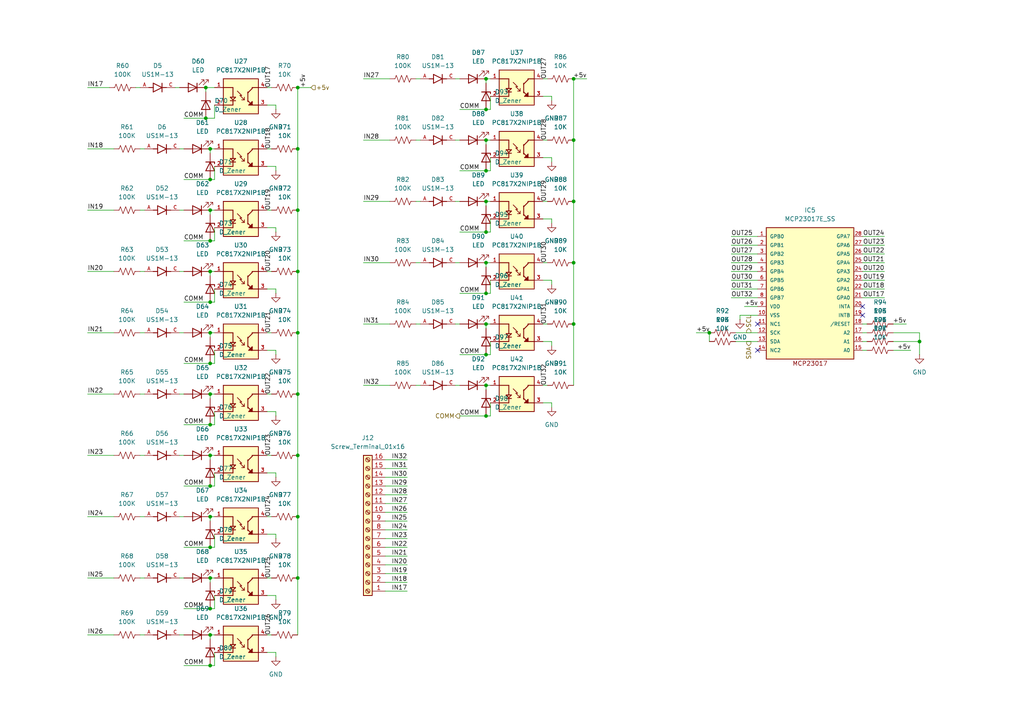
<source format=kicad_sch>
(kicad_sch (version 20231120) (generator "eeschema") (generator_version "8.0")
  (paper "A4")
  (lib_symbols
    (symbol "Connector:Screw_Terminal_01x16" (pin_names (offset 1.016) hide)
      (property "Reference" "J" (at 0 20.32 0))
      (property "Value" "Screw_Terminal_01x16" (at 0 -22.86 0))
      (symbol "Screw_Terminal_01x16_1_1"
        (pin passive line (at -5.08 17.78 0) (length 3.81) (name "Pin_1") (number "1"))
        (pin passive line (at -5.08 -5.08 0) (length 3.81) (name "Pin_10") (number "10"))
        (pin passive line (at -5.08 -7.62 0) (length 3.81) (name "Pin_11") (number "11"))
        (pin passive line (at -5.08 -10.16 0) (length 3.81) (name "Pin_12") (number "12"))
        (pin passive line (at -5.08 -12.7 0) (length 3.81) (name "Pin_13") (number "13"))
        (pin passive line (at -5.08 -15.24 0) (length 3.81) (name "Pin_14") (number "14"))
        (pin passive line (at -5.08 -17.78 0) (length 3.81) (name "Pin_15") (number "15"))
        (pin passive line (at -5.08 -20.32 0) (length 3.81) (name "Pin_16") (number "16"))
        (pin passive line (at -5.08 15.24 0) (length 3.81) (name "Pin_2") (number "2"))
        (pin passive line (at -5.08 12.7 0) (length 3.81) (name "Pin_3") (number "3"))
        (pin passive line (at -5.08 10.16 0) (length 3.81) (name "Pin_4") (number "4"))
        (pin passive line (at -5.08 7.62 0) (length 3.81) (name "Pin_5") (number "5"))
        (pin passive line (at -5.08 5.08 0) (length 3.81) (name "Pin_6") (number "6"))
        (pin passive line (at -5.08 2.54 0) (length 3.81) (name "Pin_7") (number "7"))
        (pin passive line (at -5.08 0 0) (length 3.81) (name "Pin_8") (number "8"))
        (pin passive line (at -5.08 -2.54 0) (length 3.81) (name "Pin_9") (number "9"))
      )
    )
    (symbol "Device:D_Zener" (pin_numbers hide) (pin_names (offset 1.016) hide)
      (property "Reference" "D" (at 0 2.54 0))
      (property "Value" "D_Zener" (at 0 -2.54 0))
      (symbol "D_Zener_1_1"
        (pin passive line (at -3.81 0 0) (length 2.54) (name "K") (number "1"))
        (pin passive line (at 3.81 0 180) (length 2.54) (name "A") (number "2"))
      )
    )
    (symbol "Device:LED" (pin_numbers hide) (pin_names (offset 1.016) hide)
      (property "Reference" "D" (at 0 2.54 0))
      (property "Value" "LED" (at 0 -2.54 0))
      (symbol "LED_1_1"
        (pin passive line (at -3.81 0 0) (length 2.54) (name "K") (number "1"))
        (pin passive line (at 3.81 0 180) (length 2.54) (name "A") (number "2"))
      )
    )
    (symbol "Device:R_US" (pin_numbers hide) (pin_names (offset 0))
      (property "Reference" "R" (at 2.54 0 90))
      (property "Value" "R_US" (at -2.54 0 90))
      (symbol "R_US_1_1"
        (pin passive line (at 0 3.81 270) (length 1.27) (name "~") (number "1"))
        (pin passive line (at 0 -3.81 90) (length 1.27) (name "~") (number "2"))
      )
    )
    (symbol "MCP23017E_SS:MCP23017E_SS" (pin_names (offset 1.016))
      (property "Reference" "IC" (at 0 19.05 0))
      (property "Value" "MCP23017E_SS" (at 0 0 0))
      (symbol "MCP23017E_SS_0_0"
        (text "MCP23017" (at 0 -21.59 0) (effects (font (size 1.27 1.27))))
        (pin bidirectional line (at -15.24 15.24 0) (length 2.54) (name "GPB0") (number "1"))
        (pin bidirectional line (at -15.24 -7.62 0) (length 2.54) (name "VSS") (number "10"))
        (pin bidirectional line (at -15.24 -10.16 0) (length 2.54) (name "NC1") (number "11"))
        (pin bidirectional line (at -15.24 -12.7 0) (length 2.54) (name "SCK") (number "12"))
        (pin bidirectional line (at -15.24 -15.24 0) (length 2.54) (name "SDA") (number "13"))
        (pin bidirectional line (at -15.24 -17.78 0) (length 2.54) (name "NC2") (number "14"))
        (pin bidirectional line (at 15.24 -17.78 180) (length 2.54) (name "A0") (number "15"))
        (pin bidirectional line (at 15.24 -15.24 180) (length 2.54) (name "A1") (number "16"))
        (pin bidirectional line (at 15.24 -12.7 180) (length 2.54) (name "A2") (number "17"))
        (pin bidirectional line (at 15.24 -10.16 180) (length 2.54) (name "/RESET") (number "18"))
        (pin bidirectional line (at 15.24 -7.62 180) (length 2.54) (name "INTB") (number "19"))
        (pin bidirectional line (at -15.24 12.7 0) (length 2.54) (name "GPB1") (number "2"))
        (pin bidirectional line (at 15.24 -5.08 180) (length 2.54) (name "INTA") (number "20"))
        (pin bidirectional line (at 15.24 -2.54 180) (length 2.54) (name "GPA0") (number "21"))
        (pin bidirectional line (at 15.24 0 180) (length 2.54) (name "GPA1") (number "22"))
        (pin bidirectional line (at 15.24 2.54 180) (length 2.54) (name "GPA2") (number "23"))
        (pin bidirectional line (at 15.24 5.08 180) (length 2.54) (name "GPA3") (number "24"))
        (pin bidirectional line (at 15.24 7.62 180) (length 2.54) (name "GPA4") (number "25"))
        (pin bidirectional line (at 15.24 10.16 180) (length 2.54) (name "GPA5") (number "26"))
        (pin bidirectional line (at 15.24 12.7 180) (length 2.54) (name "GPA6") (number "27"))
        (pin bidirectional line (at 15.24 15.24 180) (length 2.54) (name "GPA7") (number "28"))
        (pin bidirectional line (at -15.24 10.16 0) (length 2.54) (name "GPB2") (number "3"))
        (pin bidirectional line (at -15.24 7.62 0) (length 2.54) (name "GPB3") (number "4"))
        (pin bidirectional line (at -15.24 5.08 0) (length 2.54) (name "GPB4") (number "5"))
        (pin bidirectional line (at -15.24 2.54 0) (length 2.54) (name "GPB5") (number "6"))
        (pin bidirectional line (at -15.24 0 0) (length 2.54) (name "GPB6") (number "7"))
        (pin bidirectional line (at -15.24 -2.54 0) (length 2.54) (name "GPB7") (number "8"))
        (pin bidirectional line (at -15.24 -5.08 0) (length 2.54) (name "VDD") (number "9"))
      )
    )
    (symbol "PC817X2NIP1B:PC817X2NIP1B" (pin_names (offset 1.016))
      (property "Reference" "U" (at -5.08 5.842 0))
      (property "Value" "PC817X2NIP1B" (at -5.08 -7.62 0))
      (symbol "PC817X2NIP1B_0_0"
        (pin passive line (at -7.62 2.54 0) (length 2.54) (name "~") (number "1"))
        (pin passive line (at -7.62 -2.54 0) (length 2.54) (name "~") (number "2"))
        (pin passive line (at 7.62 -2.54 180) (length 2.54) (name "~") (number "3"))
        (pin passive line (at 7.62 2.54 180) (length 2.54) (name "~") (number "4"))
      )
    )
    (symbol "US1M-13:US1M-13" (pin_names (offset 1.016))
      (property "Reference" "D" (at -5.08 2.54 0))
      (property "Value" "US1M-13" (at -5.08 -3.81 0))
      (symbol "US1M-13_0_0"
        (pin passive line (at -5.08 0 0) (length 2.54) (name "~") (number "A"))
        (pin passive line (at 5.08 0 180) (length 2.54) (name "~") (number "C"))
      )
    )
    (symbol "power:GND" (power) (pin_numbers hide) (pin_names (offset 0) hide)
      (property "Value" "GND" (at 0 -3.81 0))
      (symbol "GND_1_1"
        (pin power_in line (at 0 0 270) (length 0) (name "~") (number "1"))
      )
    )
  )
  (junction (at 140.97 67.31))
  (junction (at 86.36 96.52))
  (junction (at 59.69 25.4))
  (junction (at 166.37 22.86))
  (junction (at 60.96 87.63))
  (junction (at 59.69 34.29))
  (junction (at 140.97 58.42))
  (junction (at 60.96 123.19))
  (junction (at 60.96 96.52))
  (junction (at 60.96 184.15))
  (junction (at 140.97 85.09))
  (junction (at 60.96 193.04))
  (junction (at 140.97 22.86))
  (junction (at 86.36 60.96))
  (junction (at 60.96 176.53))
  (junction (at 140.97 76.2))
  (junction (at 60.96 43.18))
  (junction (at 140.97 31.75))
  (junction (at 60.96 69.85))
  (junction (at 140.97 40.64))
  (junction (at 86.36 167.64))
  (junction (at 86.36 25.4))
  (junction (at 60.96 167.64))
  (junction (at 60.96 158.75))
  (junction (at 60.96 114.3))
  (junction (at 60.96 132.08))
  (junction (at 86.36 114.3))
  (junction (at 60.96 78.74))
  (junction (at 86.36 78.74))
  (junction (at 86.36 132.08))
  (junction (at 86.36 149.86))
  (junction (at 60.96 60.96))
  (junction (at 140.97 93.98))
  (junction (at 60.96 149.86))
  (junction (at 166.37 40.64))
  (junction (at 86.36 43.18))
  (junction (at 60.96 105.41))
  (junction (at 166.37 76.2))
  (junction (at 205.74 96.52))
  (junction (at 140.97 111.76))
  (junction (at 166.37 93.98))
  (junction (at 140.97 120.65))
  (junction (at 140.97 49.53))
  (junction (at 140.97 102.87))
  (junction (at 60.96 52.07))
  (junction (at 60.96 140.97))
  (junction (at 266.7 99.06))
  (junction (at 166.37 58.42))
  (no_connect (at 219.71 93.98))
  (no_connect (at 219.71 101.6))
  (no_connect (at 250.19 88.9))
  (no_connect (at 250.19 91.44))
  (wire (pts (xy 133.35 85.09) (xy 140.97 85.09)))
  (wire (pts (xy 105.41 93.98) (xy 113.03 93.98)))
  (wire (pts (xy 133.35 67.31) (xy 140.97 67.31)))
  (wire (pts (xy 250.19 73.66) (xy 256.54 73.66)))
  (wire (pts (xy 212.09 83.82) (xy 219.71 83.82)))
  (wire (pts (xy 259.08 96.52) (xy 266.7 96.52)))
  (wire (pts (xy 157.48 40.64) (xy 158.75 40.64)))
  (wire (pts (xy 132.08 22.86) (xy 133.35 22.86)))
  (wire (pts (xy 259.08 93.98) (xy 262.89 93.98)))
  (wire (pts (xy 77.47 78.74) (xy 78.74 78.74)))
  (wire (pts (xy 160.02 29.21) (xy 160.02 27.94)))
  (wire (pts (xy 140.97 22.86) (xy 140.97 24.13)))
  (wire (pts (xy 250.19 78.74) (xy 256.54 78.74)))
  (wire (pts (xy 120.65 111.76) (xy 121.92 111.76)))
  (wire (pts (xy 60.96 114.3) (xy 62.23 114.3)))
  (wire (pts (xy 77.47 48.26) (xy 80.01 48.26)))
  (wire (pts (xy 25.4 114.3) (xy 33.02 114.3)))
  (wire (pts (xy 250.19 101.6) (xy 251.46 101.6)))
  (wire (pts (xy 60.96 193.04) (xy 62.23 193.04)))
  (wire (pts (xy 60.96 158.75) (xy 62.23 158.75)))
  (wire (pts (xy 213.36 96.52) (xy 219.71 96.52)))
  (wire (pts (xy 77.47 60.96) (xy 78.74 60.96)))
  (wire (pts (xy 40.64 96.52) (xy 41.91 96.52)))
  (wire (pts (xy 62.23 69.85) (xy 62.23 66.04)))
  (wire (pts (xy 105.41 58.42) (xy 113.03 58.42)))
  (wire (pts (xy 60.96 123.19) (xy 62.23 123.19)))
  (wire (pts (xy 250.19 83.82) (xy 256.54 83.82)))
  (wire (pts (xy 157.48 76.2) (xy 158.75 76.2)))
  (wire (pts (xy 142.24 120.65) (xy 142.24 116.84)))
  (wire (pts (xy 52.07 132.08) (xy 53.34 132.08)))
  (wire (pts (xy 111.76 138.43) (xy 118.11 138.43)))
  (wire (pts (xy 86.36 132.08) (xy 86.36 149.86)))
  (wire (pts (xy 140.97 93.98) (xy 142.24 93.98)))
  (wire (pts (xy 140.97 31.75) (xy 142.24 31.75)))
  (wire (pts (xy 80.01 156.21) (xy 80.01 154.94)))
  (wire (pts (xy 50.8 25.4) (xy 52.07 25.4)))
  (wire (pts (xy 60.96 132.08) (xy 60.96 133.35)))
  (wire (pts (xy 80.01 31.75) (xy 80.01 30.48)))
  (wire (pts (xy 140.97 76.2) (xy 140.97 77.47)))
  (wire (pts (xy 140.97 102.87) (xy 142.24 102.87)))
  (wire (pts (xy 111.76 140.97) (xy 118.11 140.97)))
  (wire (pts (xy 53.34 87.63) (xy 60.96 87.63)))
  (wire (pts (xy 60.96 167.64) (xy 60.96 168.91)))
  (wire (pts (xy 111.76 153.67) (xy 118.11 153.67)))
  (wire (pts (xy 59.69 34.29) (xy 62.23 34.29)))
  (wire (pts (xy 62.23 176.53) (xy 62.23 172.72)))
  (wire (pts (xy 60.96 105.41) (xy 62.23 105.41)))
  (wire (pts (xy 160.02 82.55) (xy 160.02 81.28)))
  (wire (pts (xy 142.24 49.53) (xy 142.24 45.72)))
  (wire (pts (xy 140.97 58.42) (xy 140.97 59.69)))
  (wire (pts (xy 40.64 114.3) (xy 41.91 114.3)))
  (wire (pts (xy 111.76 158.75) (xy 118.11 158.75)))
  (wire (pts (xy 160.02 64.77) (xy 160.02 63.5)))
  (wire (pts (xy 212.09 76.2) (xy 219.71 76.2)))
  (wire (pts (xy 86.36 167.64) (xy 86.36 184.15)))
  (wire (pts (xy 77.47 132.08) (xy 78.74 132.08)))
  (wire (pts (xy 105.41 111.76) (xy 113.03 111.76)))
  (wire (pts (xy 52.07 149.86) (xy 53.34 149.86)))
  (wire (pts (xy 53.34 193.04) (xy 60.96 193.04)))
  (wire (pts (xy 157.48 93.98) (xy 158.75 93.98)))
  (wire (pts (xy 160.02 116.84) (xy 157.48 116.84)))
  (wire (pts (xy 60.96 149.86) (xy 62.23 149.86)))
  (wire (pts (xy 166.37 76.2) (xy 166.37 93.98)))
  (wire (pts (xy 205.74 96.52) (xy 205.74 99.06)))
  (wire (pts (xy 266.7 99.06) (xy 266.7 102.87)))
  (wire (pts (xy 77.47 101.6) (xy 80.01 101.6)))
  (wire (pts (xy 25.4 96.52) (xy 33.02 96.52)))
  (wire (pts (xy 77.47 30.48) (xy 80.01 30.48)))
  (wire (pts (xy 59.69 25.4) (xy 59.69 26.67)))
  (wire (pts (xy 111.76 168.91) (xy 118.11 168.91)))
  (wire (pts (xy 250.19 86.36) (xy 256.54 86.36)))
  (wire (pts (xy 142.24 85.09) (xy 142.24 81.28)))
  (wire (pts (xy 212.09 78.74) (xy 219.71 78.74)))
  (wire (pts (xy 25.4 43.18) (xy 33.02 43.18)))
  (wire (pts (xy 86.36 25.4) (xy 86.36 43.18)))
  (wire (pts (xy 60.96 78.74) (xy 60.96 80.01)))
  (wire (pts (xy 52.07 114.3) (xy 53.34 114.3)))
  (wire (pts (xy 250.19 68.58) (xy 256.54 68.58)))
  (wire (pts (xy 60.96 60.96) (xy 60.96 62.23)))
  (wire (pts (xy 142.24 67.31) (xy 142.24 63.5)))
  (wire (pts (xy 166.37 22.86) (xy 166.37 40.64)))
  (wire (pts (xy 140.97 93.98) (xy 140.97 95.25)))
  (wire (pts (xy 120.65 22.86) (xy 121.92 22.86)))
  (wire (pts (xy 111.76 163.83) (xy 118.11 163.83)))
  (wire (pts (xy 120.65 76.2) (xy 121.92 76.2)))
  (wire (pts (xy 215.9 88.9) (xy 219.71 88.9)))
  (wire (pts (xy 80.01 66.04) (xy 77.47 66.04)))
  (wire (pts (xy 250.19 96.52) (xy 251.46 96.52)))
  (wire (pts (xy 60.96 149.86) (xy 60.96 151.13)))
  (wire (pts (xy 62.23 193.04) (xy 62.23 189.23)))
  (wire (pts (xy 53.34 158.75) (xy 60.96 158.75)))
  (wire (pts (xy 53.34 52.07) (xy 60.96 52.07)))
  (wire (pts (xy 77.47 43.18) (xy 78.74 43.18)))
  (wire (pts (xy 62.23 123.19) (xy 62.23 119.38)))
  (wire (pts (xy 77.47 119.38) (xy 80.01 119.38)))
  (wire (pts (xy 53.34 140.97) (xy 60.96 140.97)))
  (wire (pts (xy 40.64 167.64) (xy 41.91 167.64)))
  (wire (pts (xy 212.09 73.66) (xy 219.71 73.66)))
  (wire (pts (xy 157.48 27.94) (xy 160.02 27.94)))
  (wire (pts (xy 86.36 149.86) (xy 86.36 167.64)))
  (wire (pts (xy 133.35 120.65) (xy 140.97 120.65)))
  (wire (pts (xy 140.97 58.42) (xy 142.24 58.42)))
  (wire (pts (xy 214.63 91.44) (xy 214.63 92.71)))
  (wire (pts (xy 80.01 67.31) (xy 80.01 66.04)))
  (wire (pts (xy 77.47 137.16) (xy 80.01 137.16)))
  (wire (pts (xy 86.36 60.96) (xy 86.36 78.74)))
  (wire (pts (xy 105.41 40.64) (xy 113.03 40.64)))
  (wire (pts (xy 60.96 114.3) (xy 60.96 115.57)))
  (wire (pts (xy 132.08 111.76) (xy 133.35 111.76)))
  (wire (pts (xy 60.96 184.15) (xy 60.96 185.42)))
  (wire (pts (xy 62.23 140.97) (xy 62.23 137.16)))
  (wire (pts (xy 160.02 46.99) (xy 160.02 45.72)))
  (wire (pts (xy 157.48 58.42) (xy 158.75 58.42)))
  (wire (pts (xy 25.4 132.08) (xy 33.02 132.08)))
  (wire (pts (xy 212.09 68.58) (xy 219.71 68.58)))
  (wire (pts (xy 140.97 49.53) (xy 142.24 49.53)))
  (wire (pts (xy 60.96 96.52) (xy 60.96 97.79)))
  (wire (pts (xy 133.35 31.75) (xy 140.97 31.75)))
  (wire (pts (xy 53.34 69.85) (xy 60.96 69.85)))
  (wire (pts (xy 53.34 34.29) (xy 59.69 34.29)))
  (wire (pts (xy 140.97 67.31) (xy 142.24 67.31)))
  (wire (pts (xy 259.08 101.6) (xy 264.16 101.6)))
  (wire (pts (xy 132.08 76.2) (xy 133.35 76.2)))
  (wire (pts (xy 86.36 96.52) (xy 86.36 114.3)))
  (wire (pts (xy 77.47 114.3) (xy 78.74 114.3)))
  (wire (pts (xy 40.64 132.08) (xy 41.91 132.08)))
  (wire (pts (xy 133.35 102.87) (xy 140.97 102.87)))
  (wire (pts (xy 132.08 93.98) (xy 133.35 93.98)))
  (wire (pts (xy 120.65 58.42) (xy 121.92 58.42)))
  (wire (pts (xy 60.96 96.52) (xy 62.23 96.52)))
  (wire (pts (xy 157.48 45.72) (xy 160.02 45.72)))
  (wire (pts (xy 166.37 58.42) (xy 166.37 76.2)))
  (wire (pts (xy 140.97 22.86) (xy 142.24 22.86)))
  (wire (pts (xy 77.47 172.72) (xy 80.01 172.72)))
  (wire (pts (xy 60.96 52.07) (xy 62.23 52.07)))
  (wire (pts (xy 212.09 81.28) (xy 219.71 81.28)))
  (wire (pts (xy 80.01 154.94) (xy 77.47 154.94)))
  (wire (pts (xy 219.71 91.44) (xy 214.63 91.44)))
  (wire (pts (xy 52.07 96.52) (xy 53.34 96.52)))
  (wire (pts (xy 140.97 111.76) (xy 140.97 113.03)))
  (wire (pts (xy 111.76 146.05) (xy 118.11 146.05)))
  (wire (pts (xy 52.07 43.18) (xy 53.34 43.18)))
  (wire (pts (xy 25.4 184.15) (xy 33.02 184.15)))
  (wire (pts (xy 86.36 43.18) (xy 86.36 60.96)))
  (wire (pts (xy 140.97 111.76) (xy 142.24 111.76)))
  (wire (pts (xy 250.19 93.98) (xy 251.46 93.98)))
  (wire (pts (xy 140.97 85.09) (xy 142.24 85.09)))
  (wire (pts (xy 62.23 87.63) (xy 62.23 83.82)))
  (wire (pts (xy 250.19 76.2) (xy 256.54 76.2)))
  (wire (pts (xy 77.47 96.52) (xy 78.74 96.52)))
  (wire (pts (xy 80.01 85.09) (xy 80.01 83.82)))
  (wire (pts (xy 111.76 133.35) (xy 118.11 133.35)))
  (wire (pts (xy 25.4 167.64) (xy 33.02 167.64)))
  (wire (pts (xy 250.19 71.12) (xy 256.54 71.12)))
  (wire (pts (xy 77.47 184.15) (xy 78.74 184.15)))
  (wire (pts (xy 52.07 78.74) (xy 53.34 78.74)))
  (wire (pts (xy 60.96 43.18) (xy 62.23 43.18)))
  (wire (pts (xy 25.4 78.74) (xy 33.02 78.74)))
  (wire (pts (xy 60.96 78.74) (xy 62.23 78.74)))
  (wire (pts (xy 40.64 78.74) (xy 41.91 78.74)))
  (wire (pts (xy 259.08 99.06) (xy 266.7 99.06)))
  (wire (pts (xy 212.09 86.36) (xy 219.71 86.36)))
  (wire (pts (xy 120.65 40.64) (xy 121.92 40.64)))
  (wire (pts (xy 60.96 167.64) (xy 62.23 167.64)))
  (wire (pts (xy 52.07 60.96) (xy 53.34 60.96)))
  (wire (pts (xy 86.36 78.74) (xy 86.36 96.52)))
  (wire (pts (xy 80.01 120.65) (xy 80.01 119.38)))
  (wire (pts (xy 132.08 40.64) (xy 133.35 40.64)))
  (wire (pts (xy 133.35 49.53) (xy 140.97 49.53)))
  (wire (pts (xy 111.76 161.29) (xy 118.11 161.29)))
  (wire (pts (xy 157.48 99.06) (xy 160.02 99.06)))
  (wire (pts (xy 53.34 176.53) (xy 60.96 176.53)))
  (wire (pts (xy 25.4 25.4) (xy 31.75 25.4)))
  (wire (pts (xy 111.76 151.13) (xy 118.11 151.13)))
  (wire (pts (xy 80.01 190.5) (xy 80.01 189.23)))
  (wire (pts (xy 53.34 105.41) (xy 60.96 105.41)))
  (wire (pts (xy 77.47 25.4) (xy 78.74 25.4)))
  (wire (pts (xy 25.4 149.86) (xy 33.02 149.86)))
  (wire (pts (xy 60.96 87.63) (xy 62.23 87.63)))
  (wire (pts (xy 160.02 100.33) (xy 160.02 99.06)))
  (wire (pts (xy 80.01 189.23) (xy 77.47 189.23)))
  (wire (pts (xy 53.34 123.19) (xy 60.96 123.19)))
  (wire (pts (xy 60.96 132.08) (xy 62.23 132.08)))
  (wire (pts (xy 52.07 167.64) (xy 53.34 167.64)))
  (wire (pts (xy 111.76 143.51) (xy 118.11 143.51)))
  (wire (pts (xy 80.01 173.99) (xy 80.01 172.72)))
  (wire (pts (xy 105.41 22.86) (xy 113.03 22.86)))
  (wire (pts (xy 105.41 76.2) (xy 113.03 76.2)))
  (wire (pts (xy 157.48 81.28) (xy 160.02 81.28)))
  (wire (pts (xy 250.19 81.28) (xy 256.54 81.28)))
  (wire (pts (xy 77.47 167.64) (xy 78.74 167.64)))
  (wire (pts (xy 166.37 40.64) (xy 166.37 58.42)))
  (wire (pts (xy 59.69 25.4) (xy 62.23 25.4)))
  (wire (pts (xy 111.76 171.45) (xy 118.11 171.45)))
  (wire (pts (xy 77.47 149.86) (xy 78.74 149.86)))
  (wire (pts (xy 166.37 93.98) (xy 166.37 111.76)))
  (wire (pts (xy 142.24 102.87) (xy 142.24 99.06)))
  (wire (pts (xy 62.23 101.6) (xy 62.23 105.41)))
  (wire (pts (xy 80.01 83.82) (xy 77.47 83.82)))
  (wire (pts (xy 111.76 166.37) (xy 118.11 166.37)))
  (wire (pts (xy 212.09 71.12) (xy 219.71 71.12)))
  (wire (pts (xy 140.97 40.64) (xy 142.24 40.64)))
  (wire (pts (xy 266.7 96.52) (xy 266.7 99.06)))
  (wire (pts (xy 201.93 96.52) (xy 205.74 96.52)))
  (wire (pts (xy 86.36 114.3) (xy 86.36 132.08)))
  (wire (pts (xy 111.76 156.21) (xy 118.11 156.21)))
  (wire (pts (xy 60.96 43.18) (xy 60.96 44.45)))
  (wire (pts (xy 86.36 25.4) (xy 90.17 25.4)))
  (wire (pts (xy 40.64 184.15) (xy 41.91 184.15)))
  (wire (pts (xy 140.97 76.2) (xy 142.24 76.2)))
  (wire (pts (xy 120.65 93.98) (xy 121.92 93.98)))
  (wire (pts (xy 62.23 158.75) (xy 62.23 154.94)))
  (wire (pts (xy 80.01 102.87) (xy 80.01 101.6)))
  (wire (pts (xy 40.64 60.96) (xy 41.91 60.96)))
  (wire (pts (xy 80.01 49.53) (xy 80.01 48.26)))
  (wire (pts (xy 40.64 43.18) (xy 41.91 43.18)))
  (wire (pts (xy 25.4 60.96) (xy 33.02 60.96)))
  (wire (pts (xy 62.23 34.29) (xy 62.23 30.48)))
  (wire (pts (xy 166.37 22.86) (xy 170.18 22.86)))
  (wire (pts (xy 213.36 99.06) (xy 219.71 99.06)))
  (wire (pts (xy 60.96 184.15) (xy 62.23 184.15)))
  (wire (pts (xy 160.02 63.5) (xy 157.48 63.5)))
  (wire (pts (xy 111.76 148.59) (xy 118.11 148.59)))
  (wire (pts (xy 80.01 138.43) (xy 80.01 137.16)))
  (wire (pts (xy 40.64 149.86) (xy 41.91 149.86)))
  (wire (pts (xy 140.97 40.64) (xy 140.97 41.91)))
  (wire (pts (xy 111.76 135.89) (xy 118.11 135.89)))
  (wire (pts (xy 60.96 69.85) (xy 62.23 69.85)))
  (wire (pts (xy 160.02 118.11) (xy 160.02 116.84)))
  (wire (pts (xy 60.96 176.53) (xy 62.23 176.53)))
  (wire (pts (xy 132.08 58.42) (xy 133.35 58.42)))
  (wire (pts (xy 250.19 99.06) (xy 251.46 99.06)))
  (wire (pts (xy 52.07 184.15) (xy 53.34 184.15)))
  (wire (pts (xy 62.23 52.07) (xy 62.23 48.26)))
  (wire (pts (xy 39.37 25.4) (xy 40.64 25.4)))
  (wire (pts (xy 60.96 60.96) (xy 62.23 60.96)))
  (wire (pts (xy 157.48 22.86) (xy 158.75 22.86)))
  (wire (pts (xy 142.24 31.75) (xy 142.24 27.94)))
  (wire (pts (xy 140.97 120.65) (xy 142.24 120.65)))
  (wire (pts (xy 60.96 140.97) (xy 62.23 140.97)))
  (wire (pts (xy 157.48 111.76) (xy 158.75 111.76)))
  (label "COMM" (at 133.35 120.65 0))
  (label "OUT24" (at 78.74 149.86 90))
  (label "COMM" (at 53.34 140.97 0))
  (label "COMM" (at 53.34 158.75 0))
  (label "OUT32" (at 212.09 86.36 0))
  (label "IN32" (at 118.11 133.35 180))
  (label "COMM" (at 133.35 49.53 0))
  (label "OUT21" (at 78.74 96.52 90))
  (label "IN21" (at 25.4 96.52 0))
  (label "IN32" (at 105.41 111.76 0))
  (label "OUT17" (at 78.74 25.4 90))
  (label "IN17" (at 25.4 25.4 0))
  (label "IN20" (at 25.4 78.74 0))
  (label "IN23" (at 118.11 156.21 180))
  (label "OUT19" (at 78.74 60.96 90))
  (label "IN31" (at 118.11 135.89 180))
  (label "IN20" (at 118.11 163.83 180))
  (label "IN18" (at 25.4 43.18 0))
  (label "OUT25" (at 78.74 167.64 90))
  (label "IN18" (at 118.11 168.91 180))
  (label "+5v" (at 264.16 101.6 180))
  (label "IN30" (at 118.11 138.43 180))
  (label "OUT23" (at 256.54 71.12 180))
  (label "IN19" (at 118.11 166.37 180))
  (label "OUT18" (at 78.74 43.18 90))
  (label "OUT27" (at 212.09 73.66 0))
  (label "IN27" (at 118.11 146.05 180))
  (label "IN22" (at 25.4 114.3 0))
  (label "IN28" (at 105.41 40.64 0))
  (label "COMM" (at 53.34 34.29 0))
  (label "OUT22" (at 78.74 114.3 90))
  (label "+5v" (at 215.9 88.9 0))
  (label "COMM" (at 133.35 67.31 0))
  (label "OUT24" (at 256.54 68.58 180))
  (label "COMM" (at 53.34 105.41 0))
  (label "IN25" (at 118.11 151.13 180))
  (label "OUT26" (at 78.74 184.15 90))
  (label "OUT21" (at 256.54 76.2 180))
  (label "COMM" (at 53.34 52.07 0))
  (label "IN21" (at 118.11 161.29 180))
  (label "IN26" (at 25.4 184.15 0))
  (label "OUT20" (at 78.74 78.74 90))
  (label "OUT26" (at 212.09 71.12 0))
  (label "COMM" (at 133.35 102.87 0))
  (label "COMM" (at 133.35 85.09 0))
  (label "OUT31" (at 212.09 83.82 0))
  (label "IN17" (at 118.11 171.45 180))
  (label "OUT25" (at 212.09 68.58 0))
  (label "COMM" (at 53.34 176.53 0))
  (label "IN30" (at 105.41 76.2 0))
  (label "IN26" (at 118.11 148.59 180))
  (label "OUT30" (at 158.75 76.2 90))
  (label "OUT28" (at 158.75 40.64 90))
  (label "COMM" (at 133.35 31.75 0))
  (label "IN23" (at 25.4 132.08 0))
  (label "+5v" (at 262.89 93.98 180))
  (label "IN25" (at 25.4 167.64 0))
  (label "IN24" (at 25.4 149.86 0))
  (label "OUT22" (at 256.54 73.66 180))
  (label "IN24" (at 118.11 153.67 180))
  (label "OUT18" (at 256.54 83.82 180))
  (label "COMM" (at 53.34 69.85 0))
  (label "COMM" (at 53.34 87.63 0))
  (label "IN27" (at 105.41 22.86 0))
  (label "OUT29" (at 212.09 78.74 0))
  (label "+5v" (at 88.9 25.4 90))
  (label "OUT30" (at 212.09 81.28 0))
  (label "IN31" (at 105.41 93.98 0))
  (label "+5v" (at 201.93 96.52 0))
  (label "OUT28" (at 212.09 76.2 0))
  (label "IN29" (at 105.41 58.42 0))
  (label "OUT32" (at 158.75 111.76 90))
  (label "IN19" (at 25.4 60.96 0))
  (label "OUT19" (at 256.54 81.28 180))
  (label "+5v" (at 170.18 22.86 180))
  (label "OUT20" (at 256.54 78.74 180))
  (label "COMM" (at 53.34 123.19 0))
  (label "IN22" (at 118.11 158.75 180))
  (label "OUT27" (at 158.75 22.86 90))
  (label "OUT29" (at 158.75 58.42 90))
  (label "IN29" (at 118.11 140.97 180))
  (label "OUT17" (at 256.54 86.36 180))
  (label "IN28" (at 118.11 143.51 180))
  (label "OUT23" (at 78.74 132.08 90))
  (label "COMM" (at 53.34 193.04 0))
  (label "OUT31" (at 158.75 93.98 90))
  (hierarchical_label "SDA" (shape output) (at 217.17 99.06 270))
  (hierarchical_label "+5v" (shape input) (at 90.17 25.4 0))
  (hierarchical_label "COMM" (shape output) (at 133.35 120.65 180))
  (hierarchical_label "SCL" (shape output) (at 217.17 96.52 90))
  (symbol (lib_id "Device:R_US") (at 82.55 132.08 90) (unit 1)
    (property "Reference" "R76" (at 82.55 125.73 90))
    (property "Value" "10K" (at 82.55 128.27 90))
    (property "Footprint" "Resistor_SMD:R_0805_2012Metric" (effects (hide yes)))
    (property "Description" "Resistor, US symbol" (effects (hide yes)))
  )
  (symbol (lib_id "US1M-13:US1M-13") (at 46.99 184.15 0) (unit 1)
    (property "Reference" "D59" (at 46.99 177.8 0))
    (property "Value" "US1M-13" (at 46.99 180.34 0))
    (property "Footprint" "US1M-13:DIOM5226X240N" (effects (hide yes)))
    (property "MF" "Diodes Incorporated" (effects (hide yes)))
    (property "MAXIMUM_PACKAGE_HEIGHT" "2.4mm" (effects (hide yes)))
    (property "Package" "DO-214AC-214 Diodes Incorporated" (effects (hide yes)))
    (property "Price" "None" (effects (hide yes)))
    (property "Check_prices" "https://www.snapeda.com/parts/US1M-13/Diodes+Inc./view-part/?ref=eda" (effects (hide yes)))
    (property "STANDARD" "IPC-7351B" (effects (hide yes)))
    (property "PARTREV" "11-2" (effects (hide yes)))
    (property "SnapEDA_Link" "https://www.snapeda.com/parts/US1M-13/Diodes+Inc./view-part/?ref=snap" (effects (hide yes)))
    (property "MP" "US1M-13" (effects (hide yes)))
    (property "Description_1" "\nDiode Standard 1000 V 1A Surface Mount SMA\n" (effects (hide yes)))
    (property "Availability" "In Stock" (effects (hide yes)))
    (property "MANUFACTURER" "Diodes Inc." (effects (hide yes)))
  )
  (symbol (lib_id "US1M-13:US1M-13") (at 46.99 114.3 0) (unit 1)
    (property "Reference" "D55" (at 46.99 107.95 0))
    (property "Value" "US1M-13" (at 46.99 110.49 0))
    (property "Footprint" "US1M-13:DIOM5226X240N" (effects (hide yes)))
    (property "MF" "Diodes Incorporated" (effects (hide yes)))
    (property "MAXIMUM_PACKAGE_HEIGHT" "2.4mm" (effects (hide yes)))
    (property "Package" "DO-214AC-214 Diodes Incorporated" (effects (hide yes)))
    (property "Price" "None" (effects (hide yes)))
    (property "Check_prices" "https://www.snapeda.com/parts/US1M-13/Diodes+Inc./view-part/?ref=eda" (effects (hide yes)))
    (property "STANDARD" "IPC-7351B" (effects (hide yes)))
    (property "PARTREV" "11-2" (effects (hide yes)))
    (property "SnapEDA_Link" "https://www.snapeda.com/parts/US1M-13/Diodes+Inc./view-part/?ref=snap" (effects (hide yes)))
    (property "MP" "US1M-13" (effects (hide yes)))
    (property "Description_1" "\nDiode Standard 1000 V 1A Surface Mount SMA\n" (effects (hide yes)))
    (property "Availability" "In Stock" (effects (hide yes)))
    (property "MANUFACTURER" "Diodes Inc." (effects (hide yes)))
  )
  (symbol (lib_id "Device:R_US") (at 82.55 114.3 90) (unit 1)
    (property "Reference" "R75" (at 82.55 107.95 90))
    (property "Value" "10K" (at 82.55 110.49 90))
    (property "Footprint" "Resistor_SMD:R_0805_2012Metric" (effects (hide yes)))
    (property "Description" "Resistor, US symbol" (effects (hide yes)))
  )
  (symbol (lib_id "Device:LED") (at 57.15 96.52 180) (unit 1)
    (property "Reference" "D64" (at 58.7375 88.9 0))
    (property "Value" "LED" (at 58.7375 91.44 0))
    (property "Footprint" "LED_SMD:LED_0805_2012Metric" (effects (hide yes)))
    (property "Description" "Light emitting diode" (effects (hide yes)))
  )
  (symbol (lib_id "Device:R_US") (at 162.56 22.86 90) (unit 1)
    (property "Reference" "R86" (at 162.56 16.51 90))
    (property "Value" "10K" (at 162.56 19.05 90))
    (property "Footprint" "Resistor_SMD:R_0805_2012Metric" (effects (hide yes)))
    (property "Description" "Resistor, US symbol" (effects (hide yes)))
  )
  (symbol (lib_id "Device:LED") (at 137.16 58.42 180) (unit 1)
    (property "Reference" "D89" (at 138.7475 50.8 0))
    (property "Value" "LED" (at 138.7475 53.34 0))
    (property "Footprint" "LED_SMD:LED_0805_2012Metric" (effects (hide yes)))
    (property "Description" "Light emitting diode" (effects (hide yes)))
  )
  (symbol (lib_id "PC817X2NIP1B:PC817X2NIP1B") (at 69.85 170.18 0) (unit 1)
    (property "Reference" "U35" (at 69.85 160.02 0))
    (property "Value" "PC817X2NIP1B" (at 69.85 162.56 0))
    (property "Footprint" "PC817X2NIP1B:SOIC254P960X420-4N" (effects (hide yes)))
    (property "MF" "Sharp Microelectronics" (effects (hide yes)))
    (property "MAXIMUM_PACKAGE_HEIGHT" "4.2 mm" (effects (hide yes)))
    (property "Package" "SMD-4 Sharp Microelectronics" (effects (hide yes)))
    (property "Price" "None" (effects (hide yes)))
    (property "Check_prices" "https://www.snapeda.com/parts/PC817X2NIP1B/Sharp+Microelectronics/view-part/?ref=eda" (effects (hide yes)))
    (property "STANDARD" "IPC-7351B" (effects (hide yes)))
    (property "PARTREV" "March 28, 2017" (effects (hide yes)))
    (property "SnapEDA_Link" "https://www.snapeda.com/parts/PC817X2NIP1B/Sharp+Microelectronics/view-part/?ref=snap" (effects (hide yes)))
    (property "MP" "PC817X2NIP1B" (effects (hide yes)))
    (property "Description_1" "\nOptoisolator Transistor Output - 1 Channel 4-SMD\n" (effects (hide yes)))
    (property "Availability" "In Stock" (effects (hide yes)))
    (property "MANUFACTURER" "SHARP" (effects (hide yes)))
  )
  (symbol (lib_id "Device:R_US") (at 116.84 22.86 90) (unit 1)
    (property "Reference" "R80" (at 116.84 16.51 90))
    (property "Value" "100K" (at 116.84 19.05 90))
    (property "Footprint" "Resistor_THT:R_Axial_DIN0617_L17.0mm_D6.0mm_P20.32mm_Horizontal" (effects (hide yes)))
    (property "Description" "Resistor, US symbol" (effects (hide yes)))
  )
  (symbol (lib_id "Device:R_US") (at 36.83 78.74 90) (unit 1)
    (property "Reference" "R63" (at 36.83 72.39 90))
    (property "Value" "100K" (at 36.83 74.93 90))
    (property "Footprint" "Resistor_THT:R_Axial_DIN0617_L17.0mm_D6.0mm_P20.32mm_Horizontal" (effects (hide yes)))
    (property "Description" "Resistor, US symbol" (effects (hide yes)))
  )
  (symbol (lib_id "PC817X2NIP1B:PC817X2NIP1B") (at 69.85 99.06 0) (unit 1)
    (property "Reference" "U31" (at 69.85 88.9 0))
    (property "Value" "PC817X2NIP1B" (at 69.85 91.44 0))
    (property "Footprint" "PC817X2NIP1B:SOIC254P960X420-4N" (effects (hide yes)))
    (property "MF" "Sharp Microelectronics" (effects (hide yes)))
    (property "MAXIMUM_PACKAGE_HEIGHT" "4.2 mm" (effects (hide yes)))
    (property "Package" "SMD-4 Sharp Microelectronics" (effects (hide yes)))
    (property "Price" "None" (effects (hide yes)))
    (property "Check_prices" "https://www.snapeda.com/parts/PC817X2NIP1B/Sharp+Microelectronics/view-part/?ref=eda" (effects (hide yes)))
    (property "STANDARD" "IPC-7351B" (effects (hide yes)))
    (property "PARTREV" "March 28, 2017" (effects (hide yes)))
    (property "SnapEDA_Link" "https://www.snapeda.com/parts/PC817X2NIP1B/Sharp+Microelectronics/view-part/?ref=snap" (effects (hide yes)))
    (property "MP" "PC817X2NIP1B" (effects (hide yes)))
    (property "Description_1" "\nOptoisolator Transistor Output - 1 Channel 4-SMD\n" (effects (hide yes)))
    (property "Availability" "In Stock" (effects (hide yes)))
    (property "MANUFACTURER" "SHARP" (effects (hide yes)))
  )
  (symbol (lib_id "Device:LED") (at 137.16 111.76 180) (unit 1)
    (property "Reference" "D92" (at 138.7475 104.14 0))
    (property "Value" "LED" (at 138.7475 106.68 0))
    (property "Footprint" "LED_SMD:LED_0805_2012Metric" (effects (hide yes)))
    (property "Description" "Light emitting diode" (effects (hide yes)))
  )
  (symbol (lib_id "Device:LED") (at 57.15 149.86 180) (unit 1)
    (property "Reference" "D67" (at 58.7375 142.24 0))
    (property "Value" "LED" (at 58.7375 144.78 0))
    (property "Footprint" "LED_SMD:LED_0805_2012Metric" (effects (hide yes)))
    (property "Description" "Light emitting diode" (effects (hide yes)))
  )
  (symbol (lib_id "power:GND") (at 80.01 138.43 0) (unit 1)
    (property "Reference" "#PWR073" (effects (hide yes)))
    (property "Value" "GND" (at 80.01 143.51 0))
    (property "Description" "Power symbol creates a global label with name \"GND\" , ground" (effects (hide yes)))
  )
  (symbol (lib_id "power:GND") (at 160.02 118.11 0) (unit 1)
    (property "Reference" "#PWR082" (effects (hide yes)))
    (property "Value" "GND" (at 160.02 123.19 0))
    (property "Description" "Power symbol creates a global label with name \"GND\" , ground" (effects (hide yes)))
  )
  (symbol (lib_id "PC817X2NIP1B:PC817X2NIP1B") (at 69.85 134.62 0) (unit 1)
    (property "Reference" "U33" (at 69.85 124.46 0))
    (property "Value" "PC817X2NIP1B" (at 69.85 127 0))
    (property "Footprint" "PC817X2NIP1B:SOIC254P960X420-4N" (effects (hide yes)))
    (property "MF" "Sharp Microelectronics" (effects (hide yes)))
    (property "MAXIMUM_PACKAGE_HEIGHT" "4.2 mm" (effects (hide yes)))
    (property "Package" "SMD-4 Sharp Microelectronics" (effects (hide yes)))
    (property "Price" "None" (effects (hide yes)))
    (property "Check_prices" "https://www.snapeda.com/parts/PC817X2NIP1B/Sharp+Microelectronics/view-part/?ref=eda" (effects (hide yes)))
    (property "STANDARD" "IPC-7351B" (effects (hide yes)))
    (property "PARTREV" "March 28, 2017" (effects (hide yes)))
    (property "SnapEDA_Link" "https://www.snapeda.com/parts/PC817X2NIP1B/Sharp+Microelectronics/view-part/?ref=snap" (effects (hide yes)))
    (property "MP" "PC817X2NIP1B" (effects (hide yes)))
    (property "Description_1" "\nOptoisolator Transistor Output - 1 Channel 4-SMD\n" (effects (hide yes)))
    (property "Availability" "In Stock" (effects (hide yes)))
    (property "MANUFACTURER" "SHARP" (effects (hide yes)))
  )
  (symbol (lib_id "Device:LED") (at 57.15 60.96 180) (unit 1)
    (property "Reference" "D62" (at 58.7375 53.34 0))
    (property "Value" "LED" (at 58.7375 55.88 0))
    (property "Footprint" "LED_SMD:LED_0805_2012Metric" (effects (hide yes)))
    (property "Description" "Light emitting diode" (effects (hide yes)))
  )
  (symbol (lib_id "US1M-13:US1M-13") (at 45.72 25.4 0) (unit 1)
    (property "Reference" "D5" (at 45.72 19.05 0))
    (property "Value" "US1M-13" (at 45.72 21.59 0))
    (property "Footprint" "US1M-13:DIOM5226X240N" (effects (hide yes)))
    (property "MF" "Diodes Incorporated" (effects (hide yes)))
    (property "MAXIMUM_PACKAGE_HEIGHT" "2.4mm" (effects (hide yes)))
    (property "Package" "DO-214AC-214 Diodes Incorporated" (effects (hide yes)))
    (property "Price" "None" (effects (hide yes)))
    (property "Check_prices" "https://www.snapeda.com/parts/US1M-13/Diodes+Inc./view-part/?ref=eda" (effects (hide yes)))
    (property "STANDARD" "IPC-7351B" (effects (hide yes)))
    (property "PARTREV" "11-2" (effects (hide yes)))
    (property "SnapEDA_Link" "https://www.snapeda.com/parts/US1M-13/Diodes+Inc./view-part/?ref=snap" (effects (hide yes)))
    (property "MP" "US1M-13" (effects (hide yes)))
    (property "Description_1" "\nDiode Standard 1000 V 1A Surface Mount SMA\n" (effects (hide yes)))
    (property "Availability" "In Stock" (effects (hide yes)))
    (property "MANUFACTURER" "Diodes Inc." (effects (hide yes)))
  )
  (symbol (lib_id "Device:D_Zener") (at 140.97 63.5 270) (unit 1)
    (property "Reference" "D95" (at 143.51 62.2299 90) (effects (justify left)))
    (property "Value" "D_Zener" (at 143.51 64.7699 90) (effects (justify left)))
    (property "Footprint" "Diode_SMD:D_SOD-123" (effects (hide yes)))
    (property "Description" "Zener diode" (effects (hide yes)))
  )
  (symbol (lib_id "Device:R_US") (at 82.55 78.74 90) (unit 1)
    (property "Reference" "R73" (at 82.55 72.39 90))
    (property "Value" "10K" (at 82.55 74.93 90))
    (property "Footprint" "Resistor_SMD:R_0805_2012Metric" (effects (hide yes)))
    (property "Description" "Resistor, US symbol" (effects (hide yes)))
  )
  (symbol (lib_id "power:GND") (at 80.01 156.21 0) (unit 1)
    (property "Reference" "#PWR074" (effects (hide yes)))
    (property "Value" "GND" (at 80.01 161.29 0))
    (property "Description" "Power symbol creates a global label with name \"GND\" , ground" (effects (hide yes)))
  )
  (symbol (lib_id "US1M-13:US1M-13") (at 127 22.86 0) (unit 1)
    (property "Reference" "D81" (at 127 16.51 0))
    (property "Value" "US1M-13" (at 127 19.05 0))
    (property "Footprint" "US1M-13:DIOM5226X240N" (effects (hide yes)))
    (property "MF" "Diodes Incorporated" (effects (hide yes)))
    (property "MAXIMUM_PACKAGE_HEIGHT" "2.4mm" (effects (hide yes)))
    (property "Package" "DO-214AC-214 Diodes Incorporated" (effects (hide yes)))
    (property "Price" "None" (effects (hide yes)))
    (property "Check_prices" "https://www.snapeda.com/parts/US1M-13/Diodes+Inc./view-part/?ref=eda" (effects (hide yes)))
    (property "STANDARD" "IPC-7351B" (effects (hide yes)))
    (property "PARTREV" "11-2" (effects (hide yes)))
    (property "SnapEDA_Link" "https://www.snapeda.com/parts/US1M-13/Diodes+Inc./view-part/?ref=snap" (effects (hide yes)))
    (property "MP" "US1M-13" (effects (hide yes)))
    (property "Description_1" "\nDiode Standard 1000 V 1A Surface Mount SMA\n" (effects (hide yes)))
    (property "Availability" "In Stock" (effects (hide yes)))
    (property "MANUFACTURER" "Diodes Inc." (effects (hide yes)))
  )
  (symbol (lib_id "power:GND") (at 214.63 92.71 0) (unit 1)
    (property "Reference" "#PWR083" (effects (hide yes)))
    (property "Value" "GND" (at 214.63 97.79 0))
    (property "Description" "Power symbol creates a global label with name \"GND\" , ground" (effects (hide yes)))
  )
  (symbol (lib_id "Device:R_US") (at 82.55 149.86 90) (unit 1)
    (property "Reference" "R77" (at 82.55 143.51 90))
    (property "Value" "10K" (at 82.55 146.05 90))
    (property "Footprint" "Resistor_SMD:R_0805_2012Metric" (effects (hide yes)))
    (property "Description" "Resistor, US symbol" (effects (hide yes)))
  )
  (symbol (lib_id "Device:R_US") (at 255.27 101.6 90) (unit 1)
    (property "Reference" "R97" (at 255.27 95.25 90))
    (property "Value" "10K" (at 255.27 97.79 90))
    (property "Footprint" "Resistor_SMD:R_0805_2012Metric" (effects (hide yes)))
    (property "Description" "Resistor, US symbol" (effects (hide yes)))
  )
  (symbol (lib_id "Device:R_US") (at 36.83 149.86 90) (unit 1)
    (property "Reference" "R67" (at 36.83 143.51 90))
    (property "Value" "100K" (at 36.83 146.05 90))
    (property "Footprint" "Resistor_THT:R_Axial_DIN0617_L17.0mm_D6.0mm_P20.32mm_Horizontal" (effects (hide yes)))
    (property "Description" "Resistor, US symbol" (effects (hide yes)))
  )
  (symbol (lib_id "power:GND") (at 80.01 31.75 0) (unit 1)
    (property "Reference" "#PWR067" (effects (hide yes)))
    (property "Value" "GND" (at 80.01 36.83 0))
    (property "Description" "Power symbol creates a global label with name \"GND\" , ground" (effects (hide yes)))
  )
  (symbol (lib_id "Device:LED") (at 137.16 93.98 180) (unit 1)
    (property "Reference" "D91" (at 138.7475 86.36 0))
    (property "Value" "LED" (at 138.7475 88.9 0))
    (property "Footprint" "LED_SMD:LED_0805_2012Metric" (effects (hide yes)))
    (property "Description" "Light emitting diode" (effects (hide yes)))
  )
  (symbol (lib_id "Device:R_US") (at 162.56 40.64 90) (unit 1)
    (property "Reference" "R87" (at 162.56 34.29 90))
    (property "Value" "10K" (at 162.56 36.83 90))
    (property "Footprint" "Resistor_SMD:R_0805_2012Metric" (effects (hide yes)))
    (property "Description" "Resistor, US symbol" (effects (hide yes)))
  )
  (symbol (lib_id "PC817X2NIP1B:PC817X2NIP1B") (at 69.85 45.72 0) (unit 1)
    (property "Reference" "U28" (at 69.85 35.56 0))
    (property "Value" "PC817X2NIP1B" (at 69.85 38.1 0))
    (property "Footprint" "PC817X2NIP1B:SOIC254P960X420-4N" (effects (hide yes)))
    (property "MF" "Sharp Microelectronics" (effects (hide yes)))
    (property "MAXIMUM_PACKAGE_HEIGHT" "4.2 mm" (effects (hide yes)))
    (property "Package" "SMD-4 Sharp Microelectronics" (effects (hide yes)))
    (property "Price" "None" (effects (hide yes)))
    (property "Check_prices" "https://www.snapeda.com/parts/PC817X2NIP1B/Sharp+Microelectronics/view-part/?ref=eda" (effects (hide yes)))
    (property "STANDARD" "IPC-7351B" (effects (hide yes)))
    (property "PARTREV" "March 28, 2017" (effects (hide yes)))
    (property "SnapEDA_Link" "https://www.snapeda.com/parts/PC817X2NIP1B/Sharp+Microelectronics/view-part/?ref=snap" (effects (hide yes)))
    (property "MP" "PC817X2NIP1B" (effects (hide yes)))
    (property "Description_1" "\nOptoisolator Transistor Output - 1 Channel 4-SMD\n" (effects (hide yes)))
    (property "Availability" "In Stock" (effects (hide yes)))
    (property "MANUFACTURER" "SHARP" (effects (hide yes)))
  )
  (symbol (lib_id "Device:D_Zener") (at 60.96 48.26 270) (unit 1)
    (property "Reference" "D71" (at 63.5 46.9899 90) (effects (justify left)))
    (property "Value" "D_Zener" (at 63.5 49.5299 90) (effects (justify left)))
    (property "Footprint" "Diode_SMD:D_SOD-123" (effects (hide yes)))
    (property "Description" "Zener diode" (effects (hide yes)))
  )
  (symbol (lib_id "Device:R_US") (at 82.55 25.4 90) (unit 1)
    (property "Reference" "R70" (at 82.55 19.05 90))
    (property "Value" "10K" (at 82.55 21.59 90))
    (property "Footprint" "Resistor_SMD:R_0805_2012Metric" (effects (hide yes)))
    (property "Description" "Resistor, US symbol" (effects (hide yes)))
  )
  (symbol (lib_id "US1M-13:US1M-13") (at 127 93.98 0) (unit 1)
    (property "Reference" "D85" (at 127 87.63 0))
    (property "Value" "US1M-13" (at 127 90.17 0))
    (property "Footprint" "US1M-13:DIOM5226X240N" (effects (hide yes)))
    (property "MF" "Diodes Incorporated" (effects (hide yes)))
    (property "MAXIMUM_PACKAGE_HEIGHT" "2.4mm" (effects (hide yes)))
    (property "Package" "DO-214AC-214 Diodes Incorporated" (effects (hide yes)))
    (property "Price" "None" (effects (hide yes)))
    (property "Check_prices" "https://www.snapeda.com/parts/US1M-13/Diodes+Inc./view-part/?ref=eda" (effects (hide yes)))
    (property "STANDARD" "IPC-7351B" (effects (hide yes)))
    (property "PARTREV" "11-2" (effects (hide yes)))
    (property "SnapEDA_Link" "https://www.snapeda.com/parts/US1M-13/Diodes+Inc./view-part/?ref=snap" (effects (hide yes)))
    (property "MP" "US1M-13" (effects (hide yes)))
    (property "Description_1" "\nDiode Standard 1000 V 1A Surface Mount SMA\n" (effects (hide yes)))
    (property "Availability" "In Stock" (effects (hide yes)))
    (property "MANUFACTURER" "Diodes Inc." (effects (hide yes)))
  )
  (symbol (lib_id "Device:R_US") (at 255.27 96.52 90) (unit 1)
    (property "Reference" "R95" (at 255.27 90.17 90))
    (property "Value" "10K" (at 255.27 92.71 90))
    (property "Footprint" "Resistor_SMD:R_0805_2012Metric" (effects (hide yes)))
    (property "Description" "Resistor, US symbol" (effects (hide yes)))
  )
  (symbol (lib_id "power:GND") (at 80.01 120.65 0) (unit 1)
    (property "Reference" "#PWR072" (effects (hide yes)))
    (property "Value" "GND" (at 80.01 125.73 0))
    (property "Description" "Power symbol creates a global label with name \"GND\" , ground" (effects (hide yes)))
  )
  (symbol (lib_id "Device:R_US") (at 36.83 96.52 90) (unit 1)
    (property "Reference" "R64" (at 36.83 90.17 90))
    (property "Value" "100K" (at 36.83 92.71 90))
    (property "Footprint" "Resistor_THT:R_Axial_DIN0617_L17.0mm_D6.0mm_P20.32mm_Horizontal" (effects (hide yes)))
    (property "Description" "Resistor, US symbol" (effects (hide yes)))
  )
  (symbol (lib_id "US1M-13:US1M-13") (at 46.99 96.52 0) (unit 1)
    (property "Reference" "D54" (at 46.99 90.17 0))
    (property "Value" "US1M-13" (at 46.99 92.71 0))
    (property "Footprint" "US1M-13:DIOM5226X240N" (effects (hide yes)))
    (property "MF" "Diodes Incorporated" (effects (hide yes)))
    (property "MAXIMUM_PACKAGE_HEIGHT" "2.4mm" (effects (hide yes)))
    (property "Package" "DO-214AC-214 Diodes Incorporated" (effects (hide yes)))
    (property "Price" "None" (effects (hide yes)))
    (property "Check_prices" "https://www.snapeda.com/parts/US1M-13/Diodes+Inc./view-part/?ref=eda" (effects (hide yes)))
    (property "STANDARD" "IPC-7351B" (effects (hide yes)))
    (property "PARTREV" "11-2" (effects (hide yes)))
    (property "SnapEDA_Link" "https://www.snapeda.com/parts/US1M-13/Diodes+Inc./view-part/?ref=snap" (effects (hide yes)))
    (property "MP" "US1M-13" (effects (hide yes)))
    (property "Description_1" "\nDiode Standard 1000 V 1A Surface Mount SMA\n" (effects (hide yes)))
    (property "Availability" "In Stock" (effects (hide yes)))
    (property "MANUFACTURER" "Diodes Inc." (effects (hide yes)))
  )
  (symbol (lib_id "Device:R_US") (at 36.83 167.64 90) (unit 1)
    (property "Reference" "R68" (at 36.83 161.29 90))
    (property "Value" "100K" (at 36.83 163.83 90))
    (property "Footprint" "Resistor_THT:R_Axial_DIN0617_L17.0mm_D6.0mm_P20.32mm_Horizontal" (effects (hide yes)))
    (property "Description" "Resistor, US symbol" (effects (hide yes)))
  )
  (symbol (lib_id "Device:D_Zener") (at 60.96 172.72 270) (unit 1)
    (property "Reference" "D79" (at 63.5 171.4499 90) (effects (justify left)))
    (property "Value" "D_Zener" (at 63.5 173.9899 90) (effects (justify left)))
    (property "Footprint" "Diode_SMD:D_SOD-123" (effects (hide yes)))
    (property "Description" "Zener diode" (effects (hide yes)))
  )
  (symbol (lib_id "US1M-13:US1M-13") (at 46.99 60.96 0) (unit 1)
    (property "Reference" "D52" (at 46.99 54.61 0))
    (property "Value" "US1M-13" (at 46.99 57.15 0))
    (property "Footprint" "US1M-13:DIOM5226X240N" (effects (hide yes)))
    (property "MF" "Diodes Incorporated" (effects (hide yes)))
    (property "MAXIMUM_PACKAGE_HEIGHT" "2.4mm" (effects (hide yes)))
    (property "Package" "DO-214AC-214 Diodes Incorporated" (effects (hide yes)))
    (property "Price" "None" (effects (hide yes)))
    (property "Check_prices" "https://www.snapeda.com/parts/US1M-13/Diodes+Inc./view-part/?ref=eda" (effects (hide yes)))
    (property "STANDARD" "IPC-7351B" (effects (hide yes)))
    (property "PARTREV" "11-2" (effects (hide yes)))
    (property "SnapEDA_Link" "https://www.snapeda.com/parts/US1M-13/Diodes+Inc./view-part/?ref=snap" (effects (hide yes)))
    (property "MP" "US1M-13" (effects (hide yes)))
    (property "Description_1" "\nDiode Standard 1000 V 1A Surface Mount SMA\n" (effects (hide yes)))
    (property "Availability" "In Stock" (effects (hide yes)))
    (property "MANUFACTURER" "Diodes Inc." (effects (hide yes)))
  )
  (symbol (lib_id "Device:D_Zener") (at 140.97 81.28 270) (unit 1)
    (property "Reference" "D96" (at 143.51 80.0099 90) (effects (justify left)))
    (property "Value" "D_Zener" (at 143.51 82.5499 90) (effects (justify left)))
    (property "Footprint" "Diode_SMD:D_SOD-123" (effects (hide yes)))
    (property "Description" "Zener diode" (effects (hide yes)))
  )
  (symbol (lib_id "Device:R_US") (at 36.83 60.96 90) (unit 1)
    (property "Reference" "R62" (at 36.83 54.61 90))
    (property "Value" "100K" (at 36.83 57.15 90))
    (property "Footprint" "Resistor_THT:R_Axial_DIN0617_L17.0mm_D6.0mm_P20.32mm_Horizontal" (effects (hide yes)))
    (property "Description" "Resistor, US symbol" (effects (hide yes)))
  )
  (symbol (lib_id "Device:D_Zener") (at 60.96 154.94 270) (unit 1)
    (property "Reference" "D78" (at 63.5 153.6699 90) (effects (justify left)))
    (property "Value" "D_Zener" (at 63.5 156.2099 90) (effects (justify left)))
    (property "Footprint" "Diode_SMD:D_SOD-123" (effects (hide yes)))
    (property "Description" "Zener diode" (effects (hide yes)))
  )
  (symbol (lib_id "Device:D_Zener") (at 140.97 45.72 270) (unit 1)
    (property "Reference" "D94" (at 143.51 44.4499 90) (effects (justify left)))
    (property "Value" "D_Zener" (at 143.51 46.9899 90) (effects (justify left)))
    (property "Footprint" "Diode_SMD:D_SOD-123" (effects (hide yes)))
    (property "Description" "Zener diode" (effects (hide yes)))
  )
  (symbol (lib_id "Device:R_US") (at 82.55 184.15 90) (unit 1)
    (property "Reference" "R79" (at 82.55 177.8 90))
    (property "Value" "10K" (at 82.55 180.34 90))
    (property "Footprint" "Resistor_SMD:R_0805_2012Metric" (effects (hide yes)))
    (property "Description" "Resistor, US symbol" (effects (hide yes)))
  )
  (symbol (lib_id "Device:R_US") (at 116.84 58.42 90) (unit 1)
    (property "Reference" "R82" (at 116.84 52.07 90))
    (property "Value" "100K" (at 116.84 54.61 90))
    (property "Footprint" "Resistor_THT:R_Axial_DIN0617_L17.0mm_D6.0mm_P20.32mm_Horizontal" (effects (hide yes)))
    (property "Description" "Resistor, US symbol" (effects (hide yes)))
  )
  (symbol (lib_id "US1M-13:US1M-13") (at 46.99 132.08 0) (unit 1)
    (property "Reference" "D56" (at 46.99 125.73 0))
    (property "Value" "US1M-13" (at 46.99 128.27 0))
    (property "Footprint" "US1M-13:DIOM5226X240N" (effects (hide yes)))
    (property "MF" "Diodes Incorporated" (effects (hide yes)))
    (property "MAXIMUM_PACKAGE_HEIGHT" "2.4mm" (effects (hide yes)))
    (property "Package" "DO-214AC-214 Diodes Incorporated" (effects (hide yes)))
    (property "Price" "None" (effects (hide yes)))
    (property "Check_prices" "https://www.snapeda.com/parts/US1M-13/Diodes+Inc./view-part/?ref=eda" (effects (hide yes)))
    (property "STANDARD" "IPC-7351B" (effects (hide yes)))
    (property "PARTREV" "11-2" (effects (hide yes)))
    (property "SnapEDA_Link" "https://www.snapeda.com/parts/US1M-13/Diodes+Inc./view-part/?ref=snap" (effects (hide yes)))
    (property "MP" "US1M-13" (effects (hide yes)))
    (property "Description_1" "\nDiode Standard 1000 V 1A Surface Mount SMA\n" (effects (hide yes)))
    (property "Availability" "In Stock" (effects (hide yes)))
    (property "MANUFACTURER" "Diodes Inc." (effects (hide yes)))
  )
  (symbol (lib_id "PC817X2NIP1B:PC817X2NIP1B") (at 69.85 186.69 0) (unit 1)
    (property "Reference" "U36" (at 69.85 176.53 0))
    (property "Value" "PC817X2NIP1B" (at 69.85 179.07 0))
    (property "Footprint" "PC817X2NIP1B:SOIC254P960X420-4N" (effects (hide yes)))
    (property "MF" "Sharp Microelectronics" (effects (hide yes)))
    (property "MAXIMUM_PACKAGE_HEIGHT" "4.2 mm" (effects (hide yes)))
    (property "Package" "SMD-4 Sharp Microelectronics" (effects (hide yes)))
    (property "Price" "None" (effects (hide yes)))
    (property "Check_prices" "https://www.snapeda.com/parts/PC817X2NIP1B/Sharp+Microelectronics/view-part/?ref=eda" (effects (hide yes)))
    (property "STANDARD" "IPC-7351B" (effects (hide yes)))
    (property "PARTREV" "March 28, 2017" (effects (hide yes)))
    (property "SnapEDA_Link" "https://www.snapeda.com/parts/PC817X2NIP1B/Sharp+Microelectronics/view-part/?ref=snap" (effects (hide yes)))
    (property "MP" "PC817X2NIP1B" (effects (hide yes)))
    (property "Description_1" "\nOptoisolator Transistor Output - 1 Channel 4-SMD\n" (effects (hide yes)))
    (property "Availability" "In Stock" (effects (hide yes)))
    (property "MANUFACTURER" "SHARP" (effects (hide yes)))
  )
  (symbol (lib_id "Device:R_US") (at 116.84 93.98 90) (unit 1)
    (property "Reference" "R84" (at 116.84 87.63 90))
    (property "Value" "100K" (at 116.84 90.17 90))
    (property "Footprint" "Resistor_THT:R_Axial_DIN0617_L17.0mm_D6.0mm_P20.32mm_Horizontal" (effects (hide yes)))
    (property "Description" "Resistor, US symbol" (effects (hide yes)))
  )
  (symbol (lib_id "PC817X2NIP1B:PC817X2NIP1B") (at 149.86 96.52 0) (unit 1)
    (property "Reference" "U41" (at 149.86 86.36 0))
    (property "Value" "PC817X2NIP1B" (at 149.86 88.9 0))
    (property "Footprint" "PC817X2NIP1B:SOIC254P960X420-4N" (effects (hide yes)))
    (property "MF" "Sharp Microelectronics" (effects (hide yes)))
    (property "MAXIMUM_PACKAGE_HEIGHT" "4.2 mm" (effects (hide yes)))
    (property "Package" "SMD-4 Sharp Microelectronics" (effects (hide yes)))
    (property "Price" "None" (effects (hide yes)))
    (property "Check_prices" "https://www.snapeda.com/parts/PC817X2NIP1B/Sharp+Microelectronics/view-part/?ref=eda" (effects (hide yes)))
    (property "STANDARD" "IPC-7351B" (effects (hide yes)))
    (property "PARTREV" "March 28, 2017" (effects (hide yes)))
    (property "SnapEDA_Link" "https://www.snapeda.com/parts/PC817X2NIP1B/Sharp+Microelectronics/view-part/?ref=snap" (effects (hide yes)))
    (property "MP" "PC817X2NIP1B" (effects (hide yes)))
    (property "Description_1" "\nOptoisolator Transistor Output - 1 Channel 4-SMD\n" (effects (hide yes)))
    (property "Availability" "In Stock" (effects (hide yes)))
    (property "MANUFACTURER" "SHARP" (effects (hide yes)))
  )
  (symbol (lib_id "Device:LED") (at 57.15 43.18 180) (unit 1)
    (property "Reference" "D61" (at 58.7375 35.56 0))
    (property "Value" "LED" (at 58.7375 38.1 0))
    (property "Footprint" "LED_SMD:LED_0805_2012Metric" (effects (hide yes)))
    (property "Description" "Light emitting diode" (effects (hide yes)))
  )
  (symbol (lib_id "Device:LED") (at 57.15 167.64 180) (unit 1)
    (property "Reference" "D68" (at 58.7375 160.02 0))
    (property "Value" "LED" (at 58.7375 162.56 0))
    (property "Footprint" "LED_SMD:LED_0805_2012Metric" (effects (hide yes)))
    (property "Description" "Light emitting diode" (effects (hide yes)))
  )
  (symbol (lib_id "Device:R_US") (at 162.56 58.42 90) (unit 1)
    (property "Reference" "R88" (at 162.56 52.07 90))
    (property "Value" "10K" (at 162.56 54.61 90))
    (property "Footprint" "Resistor_SMD:R_0805_2012Metric" (effects (hide yes)))
    (property "Description" "Resistor, US symbol" (effects (hide yes)))
  )
  (symbol (lib_id "Device:R_US") (at 82.55 96.52 90) (unit 1)
    (property "Reference" "R74" (at 82.55 90.17 90))
    (property "Value" "10K" (at 82.55 92.71 90))
    (property "Footprint" "Resistor_SMD:R_0805_2012Metric" (effects (hide yes)))
    (property "Description" "Resistor, US symbol" (effects (hide yes)))
  )
  (symbol (lib_id "power:GND") (at 160.02 46.99 0) (unit 1)
    (property "Reference" "#PWR078" (effects (hide yes)))
    (property "Value" "GND" (at 160.02 52.07 0))
    (property "Description" "Power symbol creates a global label with name \"GND\" , ground" (effects (hide yes)))
  )
  (symbol (lib_id "US1M-13:US1M-13") (at 46.99 78.74 0) (unit 1)
    (property "Reference" "D53" (at 46.99 72.39 0))
    (property "Value" "US1M-13" (at 46.99 74.93 0))
    (property "Footprint" "US1M-13:DIOM5226X240N" (effects (hide yes)))
    (property "MF" "Diodes Incorporated" (effects (hide yes)))
    (property "MAXIMUM_PACKAGE_HEIGHT" "2.4mm" (effects (hide yes)))
    (property "Package" "DO-214AC-214 Diodes Incorporated" (effects (hide yes)))
    (property "Price" "None" (effects (hide yes)))
    (property "Check_prices" "https://www.snapeda.com/parts/US1M-13/Diodes+Inc./view-part/?ref=eda" (effects (hide yes)))
    (property "STANDARD" "IPC-7351B" (effects (hide yes)))
    (property "PARTREV" "11-2" (effects (hide yes)))
    (property "SnapEDA_Link" "https://www.snapeda.com/parts/US1M-13/Diodes+Inc./view-part/?ref=snap" (effects (hide yes)))
    (property "MP" "US1M-13" (effects (hide yes)))
    (property "Description_1" "\nDiode Standard 1000 V 1A Surface Mount SMA\n" (effects (hide yes)))
    (property "Availability" "In Stock" (effects (hide yes)))
    (property "MANUFACTURER" "Diodes Inc." (effects (hide yes)))
  )
  (symbol (lib_id "PC817X2NIP1B:PC817X2NIP1B") (at 69.85 81.28 0) (unit 1)
    (property "Reference" "U30" (at 69.85 71.12 0))
    (property "Value" "PC817X2NIP1B" (at 69.85 73.66 0))
    (property "Footprint" "PC817X2NIP1B:SOIC254P960X420-4N" (effects (hide yes)))
    (property "MF" "Sharp Microelectronics" (effects (hide yes)))
    (property "MAXIMUM_PACKAGE_HEIGHT" "4.2 mm" (effects (hide yes)))
    (property "Package" "SMD-4 Sharp Microelectronics" (effects (hide yes)))
    (property "Price" "None" (effects (hide yes)))
    (property "Check_prices" "https://www.snapeda.com/parts/PC817X2NIP1B/Sharp+Microelectronics/view-part/?ref=eda" (effects (hide yes)))
    (property "STANDARD" "IPC-7351B" (effects (hide yes)))
    (property "PARTREV" "March 28, 2017" (effects (hide yes)))
    (property "SnapEDA_Link" "https://www.snapeda.com/parts/PC817X2NIP1B/Sharp+Microelectronics/view-part/?ref=snap" (effects (hide yes)))
    (property "MP" "PC817X2NIP1B" (effects (hide yes)))
    (property "Description_1" "\nOptoisolator Transistor Output - 1 Channel 4-SMD\n" (effects (hide yes)))
    (property "Availability" "In Stock" (effects (hide yes)))
    (property "MANUFACTURER" "SHARP" (effects (hide yes)))
  )
  (symbol (lib_id "Device:R_US") (at 36.83 43.18 90) (unit 1)
    (property "Reference" "R61" (at 36.83 36.83 90))
    (property "Value" "100K" (at 36.83 39.37 90))
    (property "Footprint" "Resistor_THT:R_Axial_DIN0617_L17.0mm_D6.0mm_P20.32mm_Horizontal" (effects (hide yes)))
    (property "Description" "Resistor, US symbol" (effects (hide yes)))
  )
  (symbol (lib_id "Device:D_Zener") (at 60.96 66.04 270) (unit 1)
    (property "Reference" "D73" (at 63.5 64.7699 90) (effects (justify left)))
    (property "Value" "D_Zener" (at 63.5 67.3099 90) (effects (justify left)))
    (property "Footprint" "Diode_SMD:D_SOD-123" (effects (hide yes)))
    (property "Description" "Zener diode" (effects (hide yes)))
  )
  (symbol (lib_id "PC817X2NIP1B:PC817X2NIP1B") (at 149.86 78.74 0) (unit 1)
    (property "Reference" "U40" (at 149.86 68.58 0))
    (property "Value" "PC817X2NIP1B" (at 149.86 71.12 0))
    (property "Footprint" "PC817X2NIP1B:SOIC254P960X420-4N" (effects (hide yes)))
    (property "MF" "Sharp Microelectronics" (effects (hide yes)))
    (property "MAXIMUM_PACKAGE_HEIGHT" "4.2 mm" (effects (hide yes)))
    (property "Package" "SMD-4 Sharp Microelectronics" (effects (hide yes)))
    (property "Price" "None" (effects (hide yes)))
    (property "Check_prices" "https://www.snapeda.com/parts/PC817X2NIP1B/Sharp+Microelectronics/view-part/?ref=eda" (effects (hide yes)))
    (property "STANDARD" "IPC-7351B" (effects (hide yes)))
    (property "PARTREV" "March 28, 2017" (effects (hide yes)))
    (property "SnapEDA_Link" "https://www.snapeda.com/parts/PC817X2NIP1B/Sharp+Microelectronics/view-part/?ref=snap" (effects (hide yes)))
    (property "MP" "PC817X2NIP1B" (effects (hide yes)))
    (property "Description_1" "\nOptoisolator Transistor Output - 1 Channel 4-SMD\n" (effects (hide yes)))
    (property "Availability" "In Stock" (effects (hide yes)))
    (property "MANUFACTURER" "SHARP" (effects (hide yes)))
  )
  (symbol (lib_id "Device:LED") (at 57.15 114.3 180) (unit 1)
    (property "Reference" "D65" (at 58.7375 106.68 0))
    (property "Value" "LED" (at 58.7375 109.22 0))
    (property "Footprint" "LED_SMD:LED_0805_2012Metric" (effects (hide yes)))
    (property "Description" "Light emitting diode" (effects (hide yes)))
  )
  (symbol (lib_id "PC817X2NIP1B:PC817X2NIP1B") (at 149.86 25.4 0) (unit 1)
    (property "Reference" "U37" (at 149.86 15.24 0))
    (property "Value" "PC817X2NIP1B" (at 149.86 17.78 0))
    (property "Footprint" "PC817X2NIP1B:SOIC254P960X420-4N" (effects (hide yes)))
    (property "MF" "Sharp Microelectronics" (effects (hide yes)))
    (property "MAXIMUM_PACKAGE_HEIGHT" "4.2 mm" (effects (hide yes)))
    (property "Package" "SMD-4 Sharp Microelectronics" (effects (hide yes)))
    (property "Price" "None" (effects (hide yes)))
    (property "Check_prices" "https://www.snapeda.com/parts/PC817X2NIP1B/Sharp+Microelectronics/view-part/?ref=eda" (effects (hide yes)))
    (property "STANDARD" "IPC-7351B" (effects (hide yes)))
    (property "PARTREV" "March 28, 2017" (effects (hide yes)))
    (property "SnapEDA_Link" "https://www.snapeda.com/parts/PC817X2NIP1B/Sharp+Microelectronics/view-part/?ref=snap" (effects (hide yes)))
    (property "MP" "PC817X2NIP1B" (effects (hide yes)))
    (property "Description_1" "\nOptoisolator Transistor Output - 1 Channel 4-SMD\n" (effects (hide yes)))
    (property "Availability" "In Stock" (effects (hide yes)))
    (property "MANUFACTURER" "SHARP" (effects (hide yes)))
  )
  (symbol (lib_id "PC817X2NIP1B:PC817X2NIP1B") (at 149.86 60.96 0) (unit 1)
    (property "Reference" "U39" (at 149.86 50.8 0))
    (property "Value" "PC817X2NIP1B" (at 149.86 53.34 0))
    (property "Footprint" "PC817X2NIP1B:SOIC254P960X420-4N" (effects (hide yes)))
    (property "MF" "Sharp Microelectronics" (effects (hide yes)))
    (property "MAXIMUM_PACKAGE_HEIGHT" "4.2 mm" (effects (hide yes)))
    (property "Package" "SMD-4 Sharp Microelectronics" (effects (hide yes)))
    (property "Price" "None" (effects (hide yes)))
    (property "Check_prices" "https://www.snapeda.com/parts/PC817X2NIP1B/Sharp+Microelectronics/view-part/?ref=eda" (effects (hide yes)))
    (property "STANDARD" "IPC-7351B" (effects (hide yes)))
    (property "PARTREV" "March 28, 2017" (effects (hide yes)))
    (property "SnapEDA_Link" "https://www.snapeda.com/parts/PC817X2NIP1B/Sharp+Microelectronics/view-part/?ref=snap" (effects (hide yes)))
    (property "MP" "PC817X2NIP1B" (effects (hide yes)))
    (property "Description_1" "\nOptoisolator Transistor Output - 1 Channel 4-SMD\n" (effects (hide yes)))
    (property "Availability" "In Stock" (effects (hide yes)))
    (property "MANUFACTURER" "SHARP" (effects (hide yes)))
  )
  (symbol (lib_id "Device:D_Zener") (at 140.97 27.94 270) (unit 1)
    (property "Reference" "D93" (at 143.51 26.6699 90) (effects (justify left)))
    (property "Value" "D_Zener" (at 143.51 29.2099 90) (effects (justify left)))
    (property "Footprint" "Diode_SMD:D_SOD-123" (effects (hide yes)))
    (property "Description" "Zener diode" (effects (hide yes)))
  )
  (symbol (lib_id "MCP23017E_SS:MCP23017E_SS") (at 234.95 83.82 0) (unit 1)
    (property "Reference" "IC5" (at 234.95 60.96 0))
    (property "Value" "MCP23017E_SS" (at 234.95 63.5 0))
    (property "Footprint" "MCP23017E_SS:SSOP28" (effects (hide yes)))
    (property "MF" "Microchip" (effects (hide yes)))
    (property "Description_1" "\n16-Bit Input/Output Expander, I2C Interface, PB-Free, SSOP-28 | Microchip Technology Inc. MCP23017-E/SS\n" (effects (hide yes)))
    (property "Package" "SSOP-28 Microchip" (effects (hide yes)))
    (property "Price" "None" (effects (hide yes)))
    (property "SnapEDA_Link" "https://www.snapeda.com/parts/MCP23017-E/SS/Microchip/view-part/?ref=snap" (effects (hide yes)))
    (property "MP" "MCP23017-E/SS" (effects (hide yes)))
    (property "Purchase-URL" "https://www.snapeda.com/api/url_track_click_mouser/?unipart_id=47232&manufacturer=Microchip&part_name=MCP23017-E/SS&search_term=mcp23017 ss" (effects (hide yes)))
    (property "Availability" "In Stock" (effects (hide yes)))
    (property "Check_prices" "https://www.snapeda.com/parts/MCP23017-E/SS/Microchip/view-part/?ref=eda" (effects (hide yes)))
  )
  (symbol (lib_id "Device:D_Zener") (at 60.96 119.38 270) (unit 1)
    (property "Reference" "D76" (at 63.5 118.1099 90) (effects (justify left)))
    (property "Value" "D_Zener" (at 63.5 120.6499 90) (effects (justify left)))
    (property "Footprint" "Diode_SMD:D_SOD-123" (effects (hide yes)))
    (property "Description" "Zener diode" (effects (hide yes)))
  )
  (symbol (lib_id "power:GND") (at 160.02 100.33 0) (unit 1)
    (property "Reference" "#PWR081" (effects (hide yes)))
    (property "Value" "GND" (at 160.02 105.41 0))
    (property "Description" "Power symbol creates a global label with name \"GND\" , ground" (effects (hide yes)))
  )
  (symbol (lib_id "power:GND") (at 160.02 64.77 0) (unit 1)
    (property "Reference" "#PWR079" (effects (hide yes)))
    (property "Value" "GND" (at 160.02 69.85 0))
    (property "Description" "Power symbol creates a global label with name \"GND\" , ground" (effects (hide yes)))
  )
  (symbol (lib_id "power:GND") (at 80.01 190.5 0) (unit 1)
    (property "Reference" "#PWR076" (effects (hide yes)))
    (property "Value" "GND" (at 80.01 195.58 0))
    (property "Description" "Power symbol creates a global label with name \"GND\" , ground" (effects (hide yes)))
  )
  (symbol (lib_id "Device:LED") (at 55.88 25.4 180) (unit 1)
    (property "Reference" "D60" (at 57.4675 17.78 0))
    (property "Value" "LED" (at 57.4675 20.32 0))
    (property "Footprint" "LED_SMD:LED_0805_2012Metric" (effects (hide yes)))
    (property "Description" "Light emitting diode" (effects (hide yes)))
  )
  (symbol (lib_id "power:GND") (at 80.01 67.31 0) (unit 1)
    (property "Reference" "#PWR069" (effects (hide yes)))
    (property "Value" "GND" (at 80.01 72.39 0))
    (property "Description" "Power symbol creates a global label with name \"GND\" , ground" (effects (hide yes)))
  )
  (symbol (lib_id "Device:R_US") (at 36.83 132.08 90) (unit 1)
    (property "Reference" "R66" (at 36.83 125.73 90))
    (property "Value" "100K" (at 36.83 128.27 90))
    (property "Footprint" "Resistor_THT:R_Axial_DIN0617_L17.0mm_D6.0mm_P20.32mm_Horizontal" (effects (hide yes)))
    (property "Description" "Resistor, US symbol" (effects (hide yes)))
  )
  (symbol (lib_id "Device:D_Zener") (at 60.96 101.6 270) (unit 1)
    (property "Reference" "D75" (at 63.5 100.3299 90) (effects (justify left)))
    (property "Value" "D_Zener" (at 63.5 102.8699 90) (effects (justify left)))
    (property "Footprint" "Diode_SMD:D_SOD-123" (effects (hide yes)))
    (property "Description" "Zener diode" (effects (hide yes)))
  )
  (symbol (lib_id "Connector:Screw_Terminal_01x16") (at 106.68 153.67 180) (unit 1)
    (property "Reference" "J12" (at 106.68 127 0))
    (property "Value" "Screw_Terminal_01x16" (at 106.68 129.54 0))
    (property "Description" "Generic screw terminal, single row, 01x16, script generated (kicad-library-utils/schlib/autogen/connector/)" (effects (hide yes)))
  )
  (symbol (lib_id "Device:R_US") (at 162.56 111.76 90) (unit 1)
    (property "Reference" "R91" (at 162.56 105.41 90))
    (property "Value" "10K" (at 162.56 107.95 90))
    (property "Footprint" "Resistor_SMD:R_0805_2012Metric" (effects (hide yes)))
    (property "Description" "Resistor, US symbol" (effects (hide yes)))
  )
  (symbol (lib_id "power:GND") (at 160.02 29.21 0) (unit 1)
    (property "Reference" "#PWR077" (effects (hide yes)))
    (property "Value" "GND" (at 160.02 34.29 0))
    (property "Description" "Power symbol creates a global label with name \"GND\" , ground" (effects (hide yes)))
  )
  (symbol (lib_id "Device:R_US") (at 82.55 60.96 90) (unit 1)
    (property "Reference" "R72" (at 82.55 54.61 90))
    (property "Value" "10K" (at 82.55 57.15 90))
    (property "Footprint" "Resistor_SMD:R_0805_2012Metric" (effects (hide yes)))
    (property "Description" "Resistor, US symbol" (effects (hide yes)))
  )
  (symbol (lib_id "Device:R_US") (at 82.55 167.64 90) (unit 1)
    (property "Reference" "R78" (at 82.55 161.29 90))
    (property "Value" "10K" (at 82.55 163.83 90))
    (property "Footprint" "Resistor_SMD:R_0805_2012Metric" (effects (hide yes)))
    (property "Description" "Resistor, US symbol" (effects (hide yes)))
  )
  (symbol (lib_id "Device:R_US") (at 82.55 43.18 90) (unit 1)
    (property "Reference" "R71" (at 82.55 36.83 90))
    (property "Value" "10K" (at 82.55 39.37 90))
    (property "Footprint" "Resistor_SMD:R_0805_2012Metric" (effects (hide yes)))
    (property "Description" "Resistor, US symbol" (effects (hide yes)))
  )
  (symbol (lib_id "Device:D_Zener") (at 60.96 137.16 270) (unit 1)
    (property "Reference" "D77" (at 63.5 135.8899 90) (effects (justify left)))
    (property "Value" "D_Zener" (at 63.5 138.4299 90) (effects (justify left)))
    (property "Footprint" "Diode_SMD:D_SOD-123" (effects (hide yes)))
    (property "Description" "Zener diode" (effects (hide yes)))
  )
  (symbol (lib_id "US1M-13:US1M-13") (at 127 40.64 0) (unit 1)
    (property "Reference" "D82" (at 127 34.29 0))
    (property "Value" "US1M-13" (at 127 36.83 0))
    (property "Footprint" "US1M-13:DIOM5226X240N" (effects (hide yes)))
    (property "MF" "Diodes Incorporated" (effects (hide yes)))
    (property "MAXIMUM_PACKAGE_HEIGHT" "2.4mm" (effects (hide yes)))
    (property "Package" "DO-214AC-214 Diodes Incorporated" (effects (hide yes)))
    (property "Price" "None" (effects (hide yes)))
    (property "Check_prices" "https://www.snapeda.com/parts/US1M-13/Diodes+Inc./view-part/?ref=eda" (effects (hide yes)))
    (property "STANDARD" "IPC-7351B" (effects (hide yes)))
    (property "PARTREV" "11-2" (effects (hide yes)))
    (property "SnapEDA_Link" "https://www.snapeda.com/parts/US1M-13/Diodes+Inc./view-part/?ref=snap" (effects (hide yes)))
    (property "MP" "US1M-13" (effects (hide yes)))
    (property "Description_1" "\nDiode Standard 1000 V 1A Surface Mount SMA\n" (effects (hide yes)))
    (property "Availability" "In Stock" (effects (hide yes)))
    (property "MANUFACTURER" "Diodes Inc." (effects (hide yes)))
  )
  (symbol (lib_id "PC817X2NIP1B:PC817X2NIP1B") (at 149.86 43.18 0) (unit 1)
    (property "Reference" "U38" (at 149.86 33.02 0))
    (property "Value" "PC817X2NIP1B" (at 149.86 35.56 0))
    (property "Footprint" "PC817X2NIP1B:SOIC254P960X420-4N" (effects (hide yes)))
    (property "MF" "Sharp Microelectronics" (effects (hide yes)))
    (property "MAXIMUM_PACKAGE_HEIGHT" "4.2 mm" (effects (hide yes)))
    (property "Package" "SMD-4 Sharp Microelectronics" (effects (hide yes)))
    (property "Price" "None" (effects (hide yes)))
    (property "Check_prices" "https://www.snapeda.com/parts/PC817X2NIP1B/Sharp+Microelectronics/view-part/?ref=eda" (effects (hide yes)))
    (property "STANDARD" "IPC-7351B" (effects (hide yes)))
    (property "PARTREV" "March 28, 2017" (effects (hide yes)))
    (property "SnapEDA_Link" "https://www.snapeda.com/parts/PC817X2NIP1B/Sharp+Microelectronics/view-part/?ref=snap" (effects (hide yes)))
    (property "MP" "PC817X2NIP1B" (effects (hide yes)))
    (property "Description_1" "\nOptoisolator Transistor Output - 1 Channel 4-SMD\n" (effects (hide yes)))
    (property "Availability" "In Stock" (effects (hide yes)))
    (property "MANUFACTURER" "SHARP" (effects (hide yes)))
  )
  (symbol (lib_id "power:GND") (at 160.02 82.55 0) (unit 1)
    (property "Reference" "#PWR080" (effects (hide yes)))
    (property "Value" "GND" (at 160.02 87.63 0))
    (property "Description" "Power symbol creates a global label with name \"GND\" , ground" (effects (hide yes)))
  )
  (symbol (lib_id "power:GND") (at 80.01 173.99 0) (unit 1)
    (property "Reference" "#PWR075" (effects (hide yes)))
    (property "Value" "GND" (at 80.01 179.07 0))
    (property "Description" "Power symbol creates a global label with name \"GND\" , ground" (effects (hide yes)))
  )
  (symbol (lib_id "Device:LED") (at 137.16 76.2 180) (unit 1)
    (property "Reference" "D90" (at 138.7475 68.58 0))
    (property "Value" "LED" (at 138.7475 71.12 0))
    (property "Footprint" "LED_SMD:LED_0805_2012Metric" (effects (hide yes)))
    (property "Description" "Light emitting diode" (effects (hide yes)))
  )
  (symbol (lib_id "Device:LED") (at 57.15 78.74 180) (unit 1)
    (property "Reference" "D63" (at 58.7375 71.12 0))
    (property "Value" "LED" (at 58.7375 73.66 0))
    (property "Footprint" "LED_SMD:LED_0805_2012Metric" (effects (hide yes)))
    (property "Description" "Light emitting diode" (effects (hide yes)))
  )
  (symbol (lib_id "Device:R_US") (at 162.56 93.98 90) (unit 1)
    (property "Reference" "R90" (at 162.56 87.63 90))
    (property "Value" "10K" (at 162.56 90.17 90))
    (property "Footprint" "Resistor_SMD:R_0805_2012Metric" (effects (hide yes)))
    (property "Description" "Resistor, US symbol" (effects (hide yes)))
  )
  (symbol (lib_id "Device:LED") (at 137.16 40.64 180) (unit 1)
    (property "Reference" "D88" (at 138.7475 33.02 0))
    (property "Value" "LED" (at 138.7475 35.56 0))
    (property "Footprint" "LED_SMD:LED_0805_2012Metric" (effects (hide yes)))
    (property "Description" "Light emitting diode" (effects (hide yes)))
  )
  (symbol (lib_id "PC817X2NIP1B:PC817X2NIP1B") (at 69.85 116.84 0) (unit 1)
    (property "Reference" "U32" (at 69.85 106.68 0))
    (property "Value" "PC817X2NIP1B" (at 69.85 109.22 0))
    (property "Footprint" "PC817X2NIP1B:SOIC254P960X420-4N" (effects (hide yes)))
    (property "MF" "Sharp Microelectronics" (effects (hide yes)))
    (property "MAXIMUM_PACKAGE_HEIGHT" "4.2 mm" (effects (hide yes)))
    (property "Package" "SMD-4 Sharp Microelectronics" (effects (hide yes)))
    (property "Price" "None" (effects (hide yes)))
    (property "Check_prices" "https://www.snapeda.com/parts/PC817X2NIP1B/Sharp+Microelectronics/view-part/?ref=eda" (effects (hide yes)))
    (property "STANDARD" "IPC-7351B" (effects (hide yes)))
    (property "PARTREV" "March 28, 2017" (effects (hide yes)))
    (property "SnapEDA_Link" "https://www.snapeda.com/parts/PC817X2NIP1B/Sharp+Microelectronics/view-part/?ref=snap" (effects (hide yes)))
    (property "MP" "PC817X2NIP1B" (effects (hide yes)))
    (property "Description_1" "\nOptoisolator Transistor Output - 1 Channel 4-SMD\n" (effects (hide yes)))
    (property "Availability" "In Stock" (effects (hide yes)))
    (property "MANUFACTURER" "SHARP" (effects (hide yes)))
  )
  (symbol (lib_id "power:GND") (at 266.7 102.87 0) (unit 1)
    (property "Reference" "#PWR084" (effects (hide yes)))
    (property "Value" "GND" (at 266.7 107.95 0))
    (property "Description" "Power symbol creates a global label with name \"GND\" , ground" (effects (hide yes)))
  )
  (symbol (lib_id "Device:LED") (at 57.15 132.08 180) (unit 1)
    (property "Reference" "D66" (at 58.7375 124.46 0))
    (property "Value" "LED" (at 58.7375 127 0))
    (property "Footprint" "LED_SMD:LED_0805_2012Metric" (effects (hide yes)))
    (property "Description" "Light emitting diode" (effects (hide yes)))
  )
  (symbol (lib_id "Device:R_US") (at 35.56 25.4 90) (unit 1)
    (property "Reference" "R60" (at 35.56 19.05 90))
    (property "Value" "100K" (at 35.56 21.59 90))
    (property "Footprint" "Resistor_THT:R_Axial_DIN0617_L17.0mm_D6.0mm_P20.32mm_Horizontal" (effects (hide yes)))
    (property "Description" "Resistor, US symbol" (effects (hide yes)))
  )
  (symbol (lib_id "PC817X2NIP1B:PC817X2NIP1B") (at 69.85 152.4 0) (unit 1)
    (property "Reference" "U34" (at 69.85 142.24 0))
    (property "Value" "PC817X2NIP1B" (at 69.85 144.78 0))
    (property "Footprint" "PC817X2NIP1B:SOIC254P960X420-4N" (effects (hide yes)))
    (property "MF" "Sharp Microelectronics" (effects (hide yes)))
    (property "MAXIMUM_PACKAGE_HEIGHT" "4.2 mm" (effects (hide yes)))
    (property "Package" "SMD-4 Sharp Microelectronics" (effects (hide yes)))
    (property "Price" "None" (effects (hide yes)))
    (property "Check_prices" "https://www.snapeda.com/parts/PC817X2NIP1B/Sharp+Microelectronics/view-part/?ref=eda" (effects (hide yes)))
    (property "STANDARD" "IPC-7351B" (effects (hide yes)))
    (property "PARTREV" "March 28, 2017" (effects (hide yes)))
    (property "SnapEDA_Link" "https://www.snapeda.com/parts/PC817X2NIP1B/Sharp+Microelectronics/view-part/?ref=snap" (effects (hide yes)))
    (property "MP" "PC817X2NIP1B" (effects (hide yes)))
    (property "Description_1" "\nOptoisolator Transistor Output - 1 Channel 4-SMD\n" (effects (hide yes)))
    (property "Availability" "In Stock" (effects (hide yes)))
    (property "MANUFACTURER" "SHARP" (effects (hide yes)))
  )
  (symbol (lib_id "Device:R_US") (at 255.27 93.98 90) (unit 1)
    (property "Reference" "R94" (at 255.27 87.63 90))
    (property "Value" "10K" (at 255.27 90.17 90))
    (property "Footprint" "Resistor_SMD:R_0805_2012Metric" (effects (hide yes)))
    (property "Description" "Resistor, US symbol" (effects (hide yes)))
  )
  (symbol (lib_id "Device:D_Zener") (at 59.69 30.48 270) (unit 1)
    (property "Reference" "D70" (at 62.23 29.2099 90) (effects (justify left)))
    (property "Value" "D_Zener" (at 62.23 31.7499 90) (effects (justify left)))
    (property "Footprint" "Diode_SMD:D_SOD-123" (effects (hide yes)))
    (property "Description" "Zener diode" (effects (hide yes)))
  )
  (symbol (lib_id "Device:R_US") (at 36.83 114.3 90) (unit 1)
    (property "Reference" "R65" (at 36.83 107.95 90))
    (property "Value" "100K" (at 36.83 110.49 90))
    (property "Footprint" "Resistor_THT:R_Axial_DIN0617_L17.0mm_D6.0mm_P20.32mm_Horizontal" (effects (hide yes)))
    (property "Description" "Resistor, US symbol" (effects (hide yes)))
  )
  (symbol (lib_id "Device:R_US") (at 255.27 99.06 90) (unit 1)
    (property "Reference" "R96" (at 255.27 92.71 90))
    (property "Value" "10K" (at 255.27 95.25 90))
    (property "Footprint" "Resistor_SMD:R_0805_2012Metric" (effects (hide yes)))
    (property "Description" "Resistor, US symbol" (effects (hide yes)))
  )
  (symbol (lib_id "Device:R_US") (at 209.55 96.52 90) (unit 1)
    (property "Reference" "R92" (at 209.55 90.17 90))
    (property "Value" "10K" (at 209.55 92.71 90))
    (property "Footprint" "Resistor_SMD:R_0805_2012Metric" (effects (hide yes)))
    (property "Description" "Resistor, US symbol" (effects (hide yes)))
  )
  (symbol (lib_id "Device:R_US") (at 209.55 99.06 90) (unit 1)
    (property "Reference" "R93" (at 209.55 92.71 90))
    (property "Value" "10K" (at 209.55 95.25 90))
    (property "Footprint" "Resistor_SMD:R_0805_2012Metric" (effects (hide yes)))
    (property "Description" "Resistor, US symbol" (effects (hide yes)))
  )
  (symbol (lib_id "Device:LED") (at 137.16 22.86 180) (unit 1)
    (property "Reference" "D87" (at 138.7475 15.24 0))
    (property "Value" "LED" (at 138.7475 17.78 0))
    (property "Footprint" "LED_SMD:LED_0805_2012Metric" (effects (hide yes)))
    (property "Description" "Light emitting diode" (effects (hide yes)))
  )
  (symbol (lib_id "Device:R_US") (at 116.84 76.2 90) (unit 1)
    (property "Reference" "R83" (at 116.84 69.85 90))
    (property "Value" "100K" (at 116.84 72.39 90))
    (property "Footprint" "Resistor_THT:R_Axial_DIN0617_L17.0mm_D6.0mm_P20.32mm_Horizontal" (effects (hide yes)))
    (property "Description" "Resistor, US symbol" (effects (hide yes)))
  )
  (symbol (lib_id "US1M-13:US1M-13") (at 127 111.76 0) (unit 1)
    (property "Reference" "D86" (at 127 105.41 0))
    (property "Value" "US1M-13" (at 127 107.95 0))
    (property "Footprint" "US1M-13:DIOM5226X240N" (effects (hide yes)))
    (property "MF" "Diodes Incorporated" (effects (hide yes)))
    (property "MAXIMUM_PACKAGE_HEIGHT" "2.4mm" (effects (hide yes)))
    (property "Package" "DO-214AC-214 Diodes Incorporated" (effects (hide yes)))
    (property "Price" "None" (effects (hide yes)))
    (property "Check_prices" "https://www.snapeda.com/parts/US1M-13/Diodes+Inc./view-part/?ref=eda" (effects (hide yes)))
    (property "STANDARD" "IPC-7351B" (effects (hide yes)))
    (property "PARTREV" "11-2" (effects (hide yes)))
    (property "SnapEDA_Link" "https://www.snapeda.com/parts/US1M-13/Diodes+Inc./view-part/?ref=snap" (effects (hide yes)))
    (property "MP" "US1M-13" (effects (hide yes)))
    (property "Description_1" "\nDiode Standard 1000 V 1A Surface Mount SMA\n" (effects (hide yes)))
    (property "Availability" "In Stock" (effects (hide yes)))
    (property "MANUFACTURER" "Diodes Inc." (effects (hide yes)))
  )
  (symbol (lib_id "Device:R_US") (at 116.84 40.64 90) (unit 1)
    (property "Reference" "R81" (at 116.84 34.29 90))
    (property "Value" "100K" (at 116.84 36.83 90))
    (property "Footprint" "Resistor_THT:R_Axial_DIN0617_L17.0mm_D6.0mm_P20.32mm_Horizontal" (effects (hide yes)))
    (property "Description" "Resistor, US symbol" (effects (hide yes)))
  )
  (symbol (lib_id "US1M-13:US1M-13") (at 46.99 43.18 0) (unit 1)
    (property "Reference" "D6" (at 46.99 36.83 0))
    (property "Value" "US1M-13" (at 46.99 39.37 0))
    (property "Footprint" "US1M-13:DIOM5226X240N" (effects (hide yes)))
    (property "MF" "Diodes Incorporated" (effects (hide yes)))
    (property "MAXIMUM_PACKAGE_HEIGHT" "2.4mm" (effects (hide yes)))
    (property "Package" "DO-214AC-214 Diodes Incorporated" (effects (hide yes)))
    (property "Price" "None" (effects (hide yes)))
    (property "Check_prices" "https://www.snapeda.com/parts/US1M-13/Diodes+Inc./view-part/?ref=eda" (effects (hide yes)))
    (property "STANDARD" "IPC-7351B" (effects (hide yes)))
    (property "PARTREV" "11-2" (effects (hide yes)))
    (property "SnapEDA_Link" "https://www.snapeda.com/parts/US1M-13/Diodes+Inc./view-part/?ref=snap" (effects (hide yes)))
    (property "MP" "US1M-13" (effects (hide yes)))
    (property "Description_1" "\nDiode Standard 1000 V 1A Surface Mount SMA\n" (effects (hide yes)))
    (property "Availability" "In Stock" (effects (hide yes)))
    (property "MANUFACTURER" "Diodes Inc." (effects (hide yes)))
  )
  (symbol (lib_id "Device:D_Zener") (at 140.97 99.06 270) (unit 1)
    (property "Reference" "D97" (at 143.51 97.7899 90) (effects (justify left)))
    (property "Value" "D_Zener" (at 143.51 100.3299 90) (effects (justify left)))
    (property "Footprint" "Diode_SMD:D_SOD-123" (effects (hide yes)))
    (property "Description" "Zener diode" (effects (hide yes)))
  )
  (symbol (lib_id "Device:R_US") (at 162.56 76.2 90) (unit 1)
    (property "Reference" "R89" (at 162.56 69.85 90))
    (property "Value" "10K" (at 162.56 72.39 90))
    (property "Footprint" "Resistor_SMD:R_0805_2012Metric" (effects (hide yes)))
    (property "Description" "Resistor, US symbol" (effects (hide yes)))
  )
  (symbol (lib_id "Device:LED") (at 57.15 184.15 180) (unit 1)
    (property "Reference" "D69" (at 58.7375 176.53 0))
    (property "Value" "LED" (at 58.7375 179.07 0))
    (property "Footprint" "LED_SMD:LED_0805_2012Metric" (effects (hide yes)))
    (property "Description" "Light emitting diode" (effects (hide yes)))
  )
  (symbol (lib_id "Device:D_Zener") (at 60.96 83.82 270) (unit 1)
    (property "Reference" "D74" (at 63.5 82.5499 90) (effects (justify left)))
    (property "Value" "D_Zener" (at 63.5 85.0899 90) (effects (justify left)))
    (property "Footprint" "Diode_SMD:D_SOD-123" (effects (hide yes)))
    (property "Description" "Zener diode" (effects (hide yes)))
  )
  (symbol (lib_id "US1M-13:US1M-13") (at 127 58.42 0) (unit 1)
    (property "Reference" "D83" (at 127 52.07 0))
    (property "Value" "US1M-13" (at 127 54.61 0))
    (property "Footprint" "US1M-13:DIOM5226X240N" (effects (hide yes)))
    (property "MF" "Diodes Incorporated" (effects (hide yes)))
    (property "MAXIMUM_PACKAGE_HEIGHT" "2.4mm" (effects (hide yes)))
    (property "Package" "DO-214AC-214 Diodes Incorporated" (effects (hide yes)))
    (property "Price" "None" (effects (hide yes)))
    (property "Check_prices" "https://www.snapeda.com/parts/US1M-13/Diodes+Inc./view-part/?ref=eda" (effects (hide yes)))
    (property "STANDARD" "IPC-7351B" (effects (hide yes)))
    (property "PARTREV" "11-2" (effects (hide yes)))
    (property "SnapEDA_Link" "https://www.snapeda.com/parts/US1M-13/Diodes+Inc./view-part/?ref=snap" (effects (hide yes)))
    (property "MP" "US1M-13" (effects (hide yes)))
    (property "Description_1" "\nDiode Standard 1000 V 1A Surface Mount SMA\n" (effects (hide yes)))
    (property "Availability" "In Stock" (effects (hide yes)))
    (property "MANUFACTURER" "Diodes Inc." (effects (hide yes)))
  )
  (symbol (lib_id "PC817X2NIP1B:PC817X2NIP1B") (at 69.85 27.94 0) (unit 1)
    (property "Reference" "U27" (at 69.85 17.78 0))
    (property "Value" "PC817X2NIP1B" (at 69.85 20.32 0))
    (property "Footprint" "PC817X2NIP1B:SOIC254P960X420-4N" (effects (hide yes)))
    (property "MF" "Sharp Microelectronics" (effects (hide yes)))
    (property "MAXIMUM_PACKAGE_HEIGHT" "4.2 mm" (effects (hide yes)))
    (property "Package" "SMD-4 Sharp Microelectronics" (effects (hide yes)))
    (property "Price" "None" (effects (hide yes)))
    (property "Check_prices" "https://www.snapeda.com/parts/PC817X2NIP1B/Sharp+Microelectronics/view-part/?ref=eda" (effects (hide yes)))
    (property "STANDARD" "IPC-7351B" (effects (hide yes)))
    (property "PARTREV" "March 28, 2017" (effects (hide yes)))
    (property "SnapEDA_Link" "https://www.snapeda.com/parts/PC817X2NIP1B/Sharp+Microelectronics/view-part/?ref=snap" (effects (hide yes)))
    (property "MP" "PC817X2NIP1B" (effects (hide yes)))
    (property "Description_1" "\nOptoisolator Transistor Output - 1 Channel 4-SMD\n" (effects (hide yes)))
    (property "Availability" "In Stock" (effects (hide yes)))
    (property "MANUFACTURER" "SHARP" (effects (hide yes)))
  )
  (symbol (lib_id "PC817X2NIP1B:PC817X2NIP1B") (at 69.85 63.5 0) (unit 1)
    (property "Reference" "U29" (at 69.85 53.34 0))
    (property "Value" "PC817X2NIP1B" (at 69.85 55.88 0))
    (property "Footprint" "PC817X2NIP1B:SOIC254P960X420-4N" (effects (hide yes)))
    (property "MF" "Sharp Microelectronics" (effects (hide yes)))
    (property "MAXIMUM_PACKAGE_HEIGHT" "4.2 mm" (effects (hide yes)))
    (property "Package" "SMD-4 Sharp Microelectronics" (effects (hide yes)))
    (property "Price" "None" (effects (hide yes)))
    (property "Check_prices" "https://www.snapeda.com/parts/PC817X2NIP1B/Sharp+Microelectronics/view-part/?ref=eda" (effects (hide yes)))
    (property "STANDARD" "IPC-7351B" (effects (hide yes)))
    (property "PARTREV" "March 28, 2017" (effects (hide yes)))
    (property "SnapEDA_Link" "https://www.snapeda.com/parts/PC817X2NIP1B/Sharp+Microelectronics/view-part/?ref=snap" (effects (hide yes)))
    (property "MP" "PC817X2NIP1B" (effects (hide yes)))
    (property "Description_1" "\nOptoisolator Transistor Output - 1 Channel 4-SMD\n" (effects (hide yes)))
    (property "Availability" "In Stock" (effects (hide yes)))
    (property "MANUFACTURER" "SHARP" (effects (hide yes)))
  )
  (symbol (lib_id "power:GND") (at 80.01 102.87 0) (unit 1)
    (property "Reference" "#PWR071" (effects (hide yes)))
    (property "Value" "GND" (at 80.01 107.95 0))
    (property "Description" "Power symbol creates a global label with name \"GND\" , ground" (effects (hide yes)))
  )
  (symbol (lib_id "power:GND") (at 80.01 85.09 0) (unit 1)
    (property "Reference" "#PWR070" (effects (hide yes)))
    (property "Value" "GND" (at 80.01 90.17 0))
    (property "Description" "Power symbol creates a global label with name \"GND\" , ground" (effects (hide yes)))
  )
  (symbol (lib_id "power:GND") (at 80.01 49.53 0) (unit 1)
    (property "Reference" "#PWR068" (effects (hide yes)))
    (property "Value" "GND" (at 80.01 54.61 0))
    (property "Description" "Power symbol creates a global label with name \"GND\" , ground" (effects (hide yes)))
  )
  (symbol (lib_id "Device:D_Zener") (at 140.97 116.84 270) (unit 1)
    (property "Reference" "D98" (at 143.51 115.5699 90) (effects (justify left)))
    (property "Value" "D_Zener" (at 143.51 118.1099 90) (effects (justify left)))
    (property "Footprint" "Diode_SMD:D_SOD-123" (effects (hide yes)))
    (property "Description" "Zener diode" (effects (hide yes)))
  )
  (symbol (lib_id "US1M-13:US1M-13") (at 46.99 167.64 0) (unit 1)
    (property "Reference" "D58" (at 46.99 161.29 0))
    (property "Value" "US1M-13" (at 46.99 163.83 0))
    (property "Footprint" "US1M-13:DIOM5226X240N" (effects (hide yes)))
    (property "MF" "Diodes Incorporated" (effects (hide yes)))
    (property "MAXIMUM_PACKAGE_HEIGHT" "2.4mm" (effects (hide yes)))
    (property "Package" "DO-214AC-214 Diodes Incorporated" (effects (hide yes)))
    (property "Price" "None" (effects (hide yes)))
    (property "Check_prices" "https://www.snapeda.com/parts/US1M-13/Diodes+Inc./view-part/?ref=eda" (effects (hide yes)))
    (property "STANDARD" "IPC-7351B" (effects (hide yes)))
    (property "PARTREV" "11-2" (effects (hide yes)))
    (property "SnapEDA_Link" "https://www.snapeda.com/parts/US1M-13/Diodes+Inc./view-part/?ref=snap" (effects (hide yes)))
    (property "MP" "US1M-13" (effects (hide yes)))
    (property "Description_1" "\nDiode Standard 1000 V 1A Surface Mount SMA\n" (effects (hide yes)))
    (property "Availability" "In Stock" (effects (hide yes)))
    (property "MANUFACTURER" "Diodes Inc." (effects (hide yes)))
  )
  (symbol (lib_id "US1M-13:US1M-13") (at 127 76.2 0) (unit 1)
    (property "Reference" "D84" (at 127 69.85 0))
    (property "Value" "US1M-13" (at 127 72.39 0))
    (property "Footprint" "US1M-13:DIOM5226X240N" (effects (hide yes)))
    (property "MF" "Diodes Incorporated" (effects (hide yes)))
    (property "MAXIMUM_PACKAGE_HEIGHT" "2.4mm" (effects (hide yes)))
    (property "Package" "DO-214AC-214 Diodes Incorporated" (effects (hide yes)))
    (property "Price" "None" (effects (hide yes)))
    (property "Check_prices" "https://www.snapeda.com/parts/US1M-13/Diodes+Inc./view-part/?ref=eda" (effects (hide yes)))
    (property "STANDARD" "IPC-7351B" (effects (hide yes)))
    (property "PARTREV" "11-2" (effects (hide yes)))
    (property "SnapEDA_Link" "https://www.snapeda.com/parts/US1M-13/Diodes+Inc./view-part/?ref=snap" (effects (hide yes)))
    (property "MP" "US1M-13" (effects (hide yes)))
    (property "Description_1" "\nDiode Standard 1000 V 1A Surface Mount SMA\n" (effects (hide yes)))
    (property "Availability" "In Stock" (effects (hide yes)))
    (property "MANUFACTURER" "Diodes Inc." (effects (hide yes)))
  )
  (symbol (lib_id "US1M-13:US1M-13") (at 46.99 149.86 0) (unit 1)
    (property "Reference" "D57" (at 46.99 143.51 0))
    (property "Value" "US1M-13" (at 46.99 146.05 0))
    (property "Footprint" "US1M-13:DIOM5226X240N" (effects (hide yes)))
    (property "MF" "Diodes Incorporated" (effects (hide yes)))
    (property "MAXIMUM_PACKAGE_HEIGHT" "2.4mm" (effects (hide yes)))
    (property "Package" "DO-214AC-214 Diodes Incorporated" (effects (hide yes)))
    (property "Price" "None" (effects (hide yes)))
    (property "Check_prices" "https://www.snapeda.com/parts/US1M-13/Diodes+Inc./view-part/?ref=eda" (effects (hide yes)))
    (property "STANDARD" "IPC-7351B" (effects (hide yes)))
    (property "PARTREV" "11-2" (effects (hide yes)))
    (property "SnapEDA_Link" "https://www.snapeda.com/parts/US1M-13/Diodes+Inc./view-part/?ref=snap" (effects (hide yes)))
    (property "MP" "US1M-13" (effects (hide yes)))
    (property "Description_1" "\nDiode Standard 1000 V 1A Surface Mount SMA\n" (effects (hide yes)))
    (property "Availability" "In Stock" (effects (hide yes)))
    (property "MANUFACTURER" "Diodes Inc." (effects (hide yes)))
  )
  (symbol (lib_id "Device:D_Zener") (at 60.96 189.23 270) (unit 1)
    (property "Reference" "D80" (at 63.5 187.9599 90) (effects (justify left)))
    (property "Value" "D_Zener" (at 63.5 190.4999 90) (effects (justify left)))
    (property "Footprint" "Diode_SMD:D_SOD-123" (effects (hide yes)))
    (property "Description" "Zener diode" (effects (hide yes)))
  )
  (symbol (lib_id "Device:R_US") (at 116.84 111.76 90) (unit 1)
    (property "Reference" "R85" (at 116.84 105.41 90))
    (property "Value" "100K" (at 116.84 107.95 90))
    (property "Footprint" "Resistor_THT:R_Axial_DIN0617_L17.0mm_D6.0mm_P20.32mm_Horizontal" (effects (hide yes)))
    (property "Description" "Resistor, US symbol" (effects (hide yes)))
  )
  (symbol (lib_id "Device:R_US") (at 36.83 184.15 90) (unit 1)
    (property "Reference" "R69" (at 36.83 177.8 90))
    (property "Value" "100K" (at 36.83 180.34 90))
    (property "Footprint" "Resistor_THT:R_Axial_DIN0617_L17.0mm_D6.0mm_P20.32mm_Horizontal" (effects (hide yes)))
    (property "Description" "Resistor, US symbol" (effects (hide yes)))
  )
  (symbol (lib_id "PC817X2NIP1B:PC817X2NIP1B") (at 149.86 114.3 0) (unit 1)
    (property "Reference" "U42" (at 149.86 104.14 0))
    (property "Value" "PC817X2NIP1B" (at 149.86 106.68 0))
    (property "Footprint" "PC817X2NIP1B:SOIC254P960X420-4N" (effects (hide yes)))
    (property "MF" "Sharp Microelectronics" (effects (hide yes)))
    (property "MAXIMUM_PACKAGE_HEIGHT" "4.2 mm" (effects (hide yes)))
    (property "Package" "SMD-4 Sharp Microelectronics" (effects (hide yes)))
    (property "Price" "None" (effects (hide yes)))
    (property "Check_prices" "https://www.snapeda.com/parts/PC817X2NIP1B/Sharp+Microelectronics/view-part/?ref=eda" (effects (hide yes)))
    (property "STANDARD" "IPC-7351B" (effects (hide yes)))
    (property "PARTREV" "March 28, 2017" (effects (hide yes)))
    (property "SnapEDA_Link" "https://www.snapeda.com/parts/PC817X2NIP1B/Sharp+Microelectronics/view-part/?ref=snap" (effects (hide yes)))
    (property "MP" "PC817X2NIP1B" (effects (hide yes)))
    (property "Description_1" "\nOptoisolator Transistor Output - 1 Channel 4-SMD\n" (effects (hide yes)))
    (property "Availability" "In Stock" (effects (hide yes)))
    (property "MANUFACTURER" "SHARP" (effects (hide yes)))
  )
)
</source>
